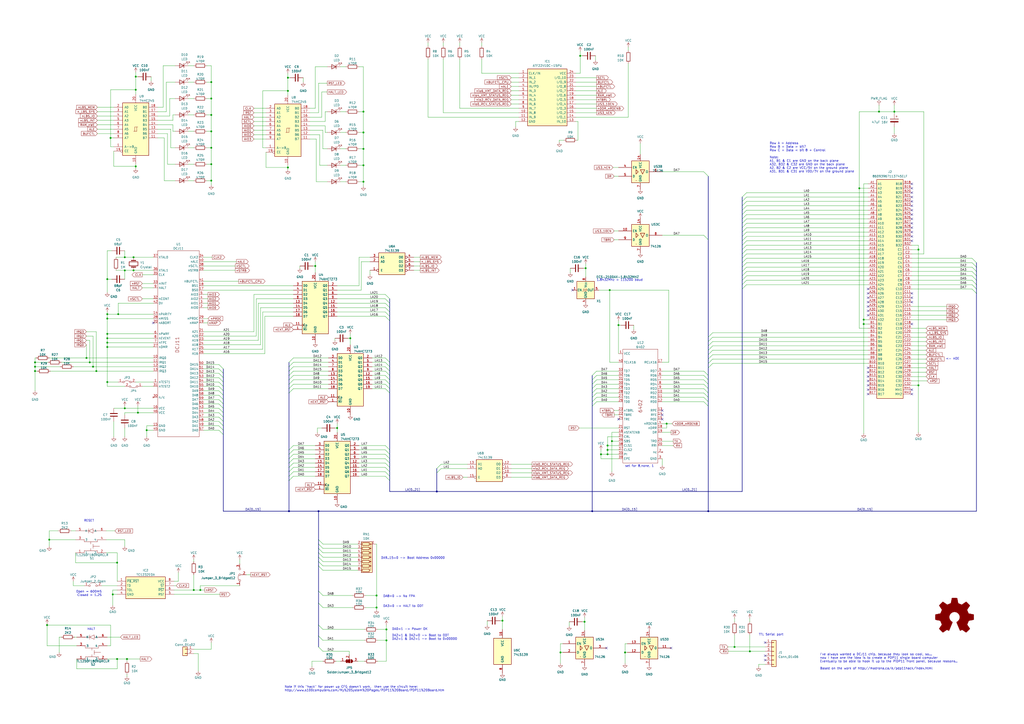
<source format=kicad_sch>
(kicad_sch (version 20230121) (generator eeschema)
  (paper "A2")
  (title_block (title "DEC DCJ11 Hack Plus") (date "2024-01-07") (rev "2.1") (company "Paula Maddox") (comment 1 "http://maddox.pro"))
  (lib_symbols
    (symbol "6402:6402"
      (property "Reference" "U" (at -7.62 52.07 0))
      (symbol "6402_1_1"
        (text "6402" (at 0 17.78 900) (effects (font (size 2 2))))
        (pin power_in line (at -12.7 48.26 0) (length 2.54) (name "VCC") (number "1"))
        (pin output line (at 12.7 25.4 180) (length 2.54) (name "RD2") (number "10"))
        (pin output line (at 12.7 22.86 180) (length 2.54) (name "RD1") (number "11"))
        (pin output line (at 12.7 20.32 180) (length 2.54) (name "RD0") (number "12"))
        (pin output line (at 12.7 15.24 180) (length 2.54) (name "RPE") (number "13"))
        (pin output line (at 12.7 12.7 180) (length 2.54) (name "RFE") (number "14"))
        (pin output line (at 12.7 10.16 180) (length 2.54) (name "ROE") (number "15"))
        (pin input line (at -12.7 2.54 0) (length 2.54) (name "nSTATENB") (number "16"))
        (pin input line (at 12.7 43.18 180) (length 2.54) (name "RCLK16") (number "17"))
        (pin input line (at 12.7 5.08 180) (length 2.54) (name "nDRR") (number "18"))
        (pin output line (at 12.7 2.54 180) (length 2.54) (name "DR") (number "19"))
        (pin no_connect line (at 12.7 -8.89 180) (length 2.54) (name "nc") (number "2"))
        (pin input line (at 12.7 -5.08 180) (length 2.54) (name "RRI") (number "20"))
        (pin input line (at -12.7 5.08 0) (length 2.54) (name "RST") (number "21"))
        (pin input line (at -12.7 12.7 0) (length 2.54) (name "TBRE") (number "22"))
        (pin input line (at -12.7 15.24 0) (length 2.54) (name "nTBRL") (number "23"))
        (pin input line (at -12.7 10.16 0) (length 2.54) (name "TRE") (number "24"))
        (pin output line (at 12.7 -2.54 180) (length 2.54) (name "TRO") (number "25"))
        (pin input line (at -12.7 20.32 0) (length 2.54) (name "TD0") (number "26"))
        (pin input line (at -12.7 22.86 0) (length 2.54) (name "TD1") (number "27"))
        (pin input line (at -12.7 25.4 0) (length 2.54) (name "TD2") (number "28"))
        (pin input line (at -12.7 27.94 0) (length 2.54) (name "TD3") (number "29"))
        (pin passive line (at 12.7 -12.7 180) (length 2.54) (name "GND") (number "3"))
        (pin input line (at -12.7 30.48 0) (length 2.54) (name "TD4") (number "30"))
        (pin input line (at -12.7 33.02 0) (length 2.54) (name "TD5") (number "31"))
        (pin input line (at -12.7 35.56 0) (length 2.54) (name "TD6") (number "32"))
        (pin input line (at -12.7 38.1 0) (length 2.54) (name "TD7") (number "33"))
        (pin input line (at -12.7 0 0) (length 2.54) (name "CRL") (number "34"))
        (pin input line (at -12.7 -10.16 0) (length 2.54) (name "PI") (number "35"))
        (pin input line (at -12.7 -2.54 0) (length 2.54) (name "SBS") (number "36"))
        (pin input line (at -12.7 -7.62 0) (length 2.54) (name "CLS2") (number "37"))
        (pin input line (at -12.7 -5.08 0) (length 2.54) (name "CLS1") (number "38"))
        (pin input line (at -12.7 -12.7 0) (length 2.54) (name "EPE") (number "39"))
        (pin input line (at 12.7 7.62 180) (length 2.54) (name "nRDENB") (number "4"))
        (pin input line (at -12.7 43.18 0) (length 2.54) (name "TCLK16") (number "40"))
        (pin output line (at 12.7 38.1 180) (length 2.54) (name "RD7") (number "5"))
        (pin output line (at 12.7 35.56 180) (length 2.54) (name "RD6") (number "6"))
        (pin output line (at 12.7 33.02 180) (length 2.54) (name "RD5") (number "7"))
        (pin output line (at 12.7 30.48 180) (length 2.54) (name "RD4") (number "8"))
        (pin output line (at 12.7 27.94 180) (length 2.54) (name "RD3") (number "9"))
      )
    )
    (symbol "74xx:74AHCT273"
      (property "Reference" "U" (at -7.62 16.51 0))
      (property "Value" "74AHCT273" (at -7.62 -16.51 0))
      (symbol "74AHCT273_1_0"
        (pin input line (at -12.7 -12.7 0) (length 5.08) (name "~{Mr}") (number "1"))
        (pin power_in line (at 0 -20.32 90) (length 5.08) (name "GND") (number "10"))
        (pin input clock (at -12.7 -10.16 0) (length 5.08) (name "Cp") (number "11"))
        (pin output line (at 12.7 2.54 180) (length 5.08) (name "Q4") (number "12"))
        (pin input line (at -12.7 2.54 0) (length 5.08) (name "D4") (number "13"))
        (pin input line (at -12.7 0 0) (length 5.08) (name "D5") (number "14"))
        (pin output line (at 12.7 0 180) (length 5.08) (name "Q5") (number "15"))
        (pin output line (at 12.7 -2.54 180) (length 5.08) (name "Q6") (number "16"))
        (pin input line (at -12.7 -2.54 0) (length 5.08) (name "D6") (number "17"))
        (pin input line (at -12.7 -5.08 0) (length 5.08) (name "D7") (number "18"))
        (pin output line (at 12.7 -5.08 180) (length 5.08) (name "Q7") (number "19"))
        (pin output line (at 12.7 12.7 180) (length 5.08) (name "Q0") (number "2"))
        (pin power_in line (at 0 20.32 270) (length 5.08) (name "VCC") (number "20"))
        (pin input line (at -12.7 12.7 0) (length 5.08) (name "D0") (number "3"))
        (pin input line (at -12.7 10.16 0) (length 5.08) (name "D1") (number "4"))
        (pin output line (at 12.7 10.16 180) (length 5.08) (name "Q1") (number "5"))
        (pin output line (at 12.7 7.62 180) (length 5.08) (name "Q2") (number "6"))
        (pin input line (at -12.7 7.62 0) (length 5.08) (name "D2") (number "7"))
        (pin input line (at -12.7 5.08 0) (length 5.08) (name "D3") (number "8"))
        (pin output line (at 12.7 5.08 180) (length 5.08) (name "Q3") (number "9"))
      )
    )
    (symbol "74xx:74HC245" (pin_names (offset 1.016))
      (property "Reference" "U" (at -7.62 16.51 0))
      (property "Value" "74HC245" (at -7.62 -16.51 0))
      (symbol "74HC245_1_0"
        (pin input line (at -12.7 -10.16 0) (length 5.08) (name "A->B") (number "1"))
        (pin power_in line (at 0 -20.32 90) (length 5.08) (name "GND") (number "10"))
        (pin tri_state line (at 12.7 -5.08 180) (length 5.08) (name "B7") (number "11"))
        (pin tri_state line (at 12.7 -2.54 180) (length 5.08) (name "B6") (number "12"))
        (pin tri_state line (at 12.7 0 180) (length 5.08) (name "B5") (number "13"))
        (pin tri_state line (at 12.7 2.54 180) (length 5.08) (name "B4") (number "14"))
        (pin tri_state line (at 12.7 5.08 180) (length 5.08) (name "B3") (number "15"))
        (pin tri_state line (at 12.7 7.62 180) (length 5.08) (name "B2") (number "16"))
        (pin tri_state line (at 12.7 10.16 180) (length 5.08) (name "B1") (number "17"))
        (pin tri_state line (at 12.7 12.7 180) (length 5.08) (name "B0") (number "18"))
        (pin input inverted (at -12.7 -12.7 0) (length 5.08) (name "CE") (number "19"))
        (pin tri_state line (at -12.7 12.7 0) (length 5.08) (name "A0") (number "2"))
        (pin power_in line (at 0 20.32 270) (length 5.08) (name "VCC") (number "20"))
        (pin tri_state line (at -12.7 10.16 0) (length 5.08) (name "A1") (number "3"))
        (pin tri_state line (at -12.7 7.62 0) (length 5.08) (name "A2") (number "4"))
        (pin tri_state line (at -12.7 5.08 0) (length 5.08) (name "A3") (number "5"))
        (pin tri_state line (at -12.7 2.54 0) (length 5.08) (name "A4") (number "6"))
        (pin tri_state line (at -12.7 0 0) (length 5.08) (name "A5") (number "7"))
        (pin tri_state line (at -12.7 -2.54 0) (length 5.08) (name "A6") (number "8"))
        (pin tri_state line (at -12.7 -5.08 0) (length 5.08) (name "A7") (number "9"))
      )
    )
    (symbol "74xx:74LS139" (pin_names (offset 1.016))
      (property "Reference" "U" (at -7.62 8.89 0))
      (property "Value" "74LS139" (at -7.62 -8.89 0))
      (symbol "74LS139_1_0"
        (pin input inverted (at -12.7 -5.08 0) (length 5.08) (name "E") (number "1"))
        (pin input line (at -12.7 0 0) (length 5.08) (name "A0") (number "2"))
        (pin input line (at -12.7 2.54 0) (length 5.08) (name "A1") (number "3"))
        (pin output inverted (at 12.7 2.54 180) (length 5.08) (name "O0") (number "4"))
        (pin output inverted (at 12.7 0 180) (length 5.08) (name "O1") (number "5"))
        (pin output inverted (at 12.7 -2.54 180) (length 5.08) (name "O2") (number "6"))
        (pin output inverted (at 12.7 -5.08 180) (length 5.08) (name "O3") (number "7"))
      )
      (symbol "74LS139_2_0"
        (pin output inverted (at 12.7 -2.54 180) (length 5.08) (name "O2") (number "10"))
        (pin output inverted (at 12.7 0 180) (length 5.08) (name "O1") (number "11"))
        (pin output inverted (at 12.7 2.54 180) (length 5.08) (name "O0") (number "12"))
        (pin input line (at -12.7 2.54 0) (length 5.08) (name "A1") (number "13"))
        (pin input line (at -12.7 0 0) (length 5.08) (name "A0") (number "14"))
        (pin input inverted (at -12.7 -5.08 0) (length 5.08) (name "E") (number "15"))
        (pin output inverted (at 12.7 -5.08 180) (length 5.08) (name "O3") (number "9"))
      )
      (symbol "74LS139_3_0"
        (pin power_in line (at 0 12.7 270) (length 5.08) (name "VCC") (number "16"))
        (pin power_in line (at 0 -12.7 90) (length 5.08) (name "GND") (number "8"))
      )
    )
    (symbol "74xx_IEEE:74126"
      (property "Reference" "U" (at 3.81 7.62 0))
      (property "Value" "74126" (at 1.27 -7.62 0))
      (symbol "74126_0_0"
        (pin power_in line (at 0 10.16 270) (length 3.81) (name "VCC") (number "14"))
        (pin power_in line (at 0 -10.16 90) (length 3.81) (name "GND") (number "7"))
      )
      (symbol "74126_1_0"
        (pin input line (at -12.7 2.54 0) (length 7.62) (name "EN") (number "1"))
      )
      (symbol "74126_1_1"
        (pin input line (at -12.7 -2.54 0) (length 7.62) (name "D") (number "2"))
        (pin tri_state line (at 12.7 0 180) (length 7.62) (name "O") (number "3"))
      )
      (symbol "74126_2_0"
        (pin input line (at -12.7 2.54 0) (length 7.62) (name "EN") (number "4"))
      )
      (symbol "74126_2_1"
        (pin input line (at -12.7 -2.54 0) (length 7.62) (name "D") (number "5"))
        (pin tri_state line (at 12.7 0 180) (length 7.62) (name "O") (number "6"))
      )
      (symbol "74126_3_0"
        (pin input line (at -12.7 2.54 0) (length 7.62) (name "EN") (number "10"))
      )
      (symbol "74126_3_1"
        (pin tri_state line (at 12.7 0 180) (length 7.62) (name "O") (number "8"))
        (pin input line (at -12.7 -2.54 0) (length 7.62) (name "D") (number "9"))
      )
      (symbol "74126_4_0"
        (pin input line (at -12.7 2.54 0) (length 7.62) (name "EN") (number "13"))
      )
      (symbol "74126_4_1"
        (pin tri_state line (at 12.7 0 180) (length 7.62) (name "O") (number "11"))
        (pin input line (at -12.7 -2.54 0) (length 7.62) (name "D") (number "12"))
      )
    )
    (symbol "86093967113745ELF:86093967113745ELF"
      (property "Reference" "J" (at 21.59 7.62 0))
      (property "Value" "86093967113745ELF" (at 21.59 5.08 0))
      (symbol "86093967113745ELF_1_1"
        (pin passive line (at 0 0 0) (length 5.08) (name "A1") (number "A1"))
        (pin passive line (at 0 -22.86 0) (length 5.08) (name "A10") (number "A10"))
        (pin passive line (at 0 -25.4 0) (length 5.08) (name "A11") (number "A11"))
        (pin passive line (at 0 -27.94 0) (length 5.08) (name "A12") (number "A12"))
        (pin passive line (at 0 -30.48 0) (length 5.08) (name "A13") (number "A13"))
        (pin passive line (at 0 -33.02 0) (length 5.08) (name "A14") (number "A14"))
        (pin passive line (at 0 -35.56 0) (length 5.08) (name "A15") (number "A15"))
        (pin passive line (at 0 -38.1 0) (length 5.08) (name "A16") (number "A16"))
        (pin passive line (at 0 -40.64 0) (length 5.08) (name "A17") (number "A17"))
        (pin passive line (at 0 -43.18 0) (length 5.08) (name "A18") (number "A18"))
        (pin passive line (at 0 -45.72 0) (length 5.08) (name "A19") (number "A19"))
        (pin passive line (at 0 -2.54 0) (length 5.08) (name "A2") (number "A2"))
        (pin passive line (at 0 -48.26 0) (length 5.08) (name "A20") (number "A20"))
        (pin passive line (at 0 -50.8 0) (length 5.08) (name "A21") (number "A21"))
        (pin passive line (at 0 -53.34 0) (length 5.08) (name "A22") (number "A22"))
        (pin passive line (at 0 -55.88 0) (length 5.08) (name "A23") (number "A23"))
        (pin passive line (at 0 -58.42 0) (length 5.08) (name "A24") (number "A24"))
        (pin passive line (at 0 -60.96 0) (length 5.08) (name "A25") (number "A25"))
        (pin passive line (at 0 -63.5 0) (length 5.08) (name "A26") (number "A26"))
        (pin passive line (at 0 -66.04 0) (length 5.08) (name "A27") (number "A27"))
        (pin passive line (at 0 -68.58 0) (length 5.08) (name "A28") (number "A28"))
        (pin passive line (at 0 -71.12 0) (length 5.08) (name "A29") (number "A29"))
        (pin passive line (at 0 -5.08 0) (length 5.08) (name "A3") (number "A3"))
        (pin passive line (at 0 -73.66 0) (length 5.08) (name "A30") (number "A30"))
        (pin passive line (at 0 -76.2 0) (length 5.08) (name "A31") (number "A31"))
        (pin passive line (at 0 -78.74 0) (length 5.08) (name "A32") (number "A32"))
        (pin passive line (at 0 -7.62 0) (length 5.08) (name "A4") (number "A4"))
        (pin passive line (at 0 -10.16 0) (length 5.08) (name "A5") (number "A5"))
        (pin passive line (at 0 -12.7 0) (length 5.08) (name "A6") (number "A6"))
        (pin passive line (at 0 -15.24 0) (length 5.08) (name "A7") (number "A7"))
        (pin passive line (at 0 -17.78 0) (length 5.08) (name "A8") (number "A8"))
        (pin passive line (at 0 -20.32 0) (length 5.08) (name "A9") (number "A9"))
        (pin passive line (at 0 -81.28 0) (length 5.08) (name "B1") (number "B1"))
        (pin passive line (at 0 -104.14 0) (length 5.08) (name "B10") (number "B10"))
        (pin passive line (at 0 -106.68 0) (length 5.08) (name "B11") (number "B11"))
        (pin passive line (at 0 -109.22 0) (length 5.08) (name "B12") (number "B12"))
        (pin passive line (at 0 -111.76 0) (length 5.08) (name "B13") (number "B13"))
        (pin passive line (at 0 -114.3 0) (length 5.08) (name "B14") (number "B14"))
        (pin passive line (at 0 -116.84 0) (length 5.08) (name "B15") (number "B15"))
        (pin passive line (at 0 -119.38 0) (length 5.08) (name "B16") (number "B16"))
        (pin passive line (at 0 -121.92 0) (length 5.08) (name "B17") (number "B17"))
        (pin passive line (at 25.4 0 180) (length 5.08) (name "B18") (number "B18"))
        (pin passive line (at 25.4 -2.54 180) (length 5.08) (name "B19") (number "B19"))
        (pin passive line (at 0 -83.82 0) (length 5.08) (name "B2") (number "B2"))
        (pin passive line (at 25.4 -5.08 180) (length 5.08) (name "B20") (number "B20"))
        (pin passive line (at 25.4 -7.62 180) (length 5.08) (name "B21") (number "B21"))
        (pin passive line (at 25.4 -10.16 180) (length 5.08) (name "B22") (number "B22"))
        (pin passive line (at 25.4 -12.7 180) (length 5.08) (name "B23") (number "B23"))
        (pin passive line (at 25.4 -15.24 180) (length 5.08) (name "B24") (number "B24"))
        (pin passive line (at 25.4 -17.78 180) (length 5.08) (name "B25") (number "B25"))
        (pin passive line (at 25.4 -20.32 180) (length 5.08) (name "B26") (number "B26"))
        (pin passive line (at 25.4 -22.86 180) (length 5.08) (name "B27") (number "B27"))
        (pin passive line (at 25.4 -25.4 180) (length 5.08) (name "B28") (number "B28"))
        (pin passive line (at 25.4 -27.94 180) (length 5.08) (name "B29") (number "B29"))
        (pin passive line (at 0 -86.36 0) (length 5.08) (name "B3") (number "B3"))
        (pin passive line (at 25.4 -30.48 180) (length 5.08) (name "B30") (number "B30"))
        (pin passive line (at 25.4 -33.02 180) (length 5.08) (name "B31") (number "B31"))
        (pin passive line (at 25.4 -35.56 180) (length 5.08) (name "B32") (number "B32"))
        (pin passive line (at 0 -88.9 0) (length 5.08) (name "B4") (number "B4"))
        (pin passive line (at 0 -91.44 0) (length 5.08) (name "B5") (number "B5"))
        (pin passive line (at 0 -93.98 0) (length 5.08) (name "B6") (number "B6"))
        (pin passive line (at 0 -96.52 0) (length 5.08) (name "B7") (number "B7"))
        (pin passive line (at 0 -99.06 0) (length 5.08) (name "B8") (number "B8"))
        (pin passive line (at 0 -101.6 0) (length 5.08) (name "B9") (number "B9"))
        (pin passive line (at 25.4 -38.1 180) (length 5.08) (name "C1") (number "C1"))
        (pin passive line (at 25.4 -60.96 180) (length 5.08) (name "C10") (number "C10"))
        (pin passive line (at 25.4 -63.5 180) (length 5.08) (name "C11") (number "C11"))
        (pin passive line (at 25.4 -66.04 180) (length 5.08) (name "C12") (number "C12"))
        (pin passive line (at 25.4 -68.58 180) (length 5.08) (name "C13") (number "C13"))
        (pin passive line (at 25.4 -71.12 180) (length 5.08) (name "C14") (number "C14"))
        (pin passive line (at 25.4 -73.66 180) (length 5.08) (name "C15") (number "C15"))
        (pin passive line (at 25.4 -76.2 180) (length 5.08) (name "C16") (number "C16"))
        (pin passive line (at 25.4 -78.74 180) (length 5.08) (name "C17") (number "C17"))
        (pin passive line (at 25.4 -81.28 180) (length 5.08) (name "C18") (number "C18"))
        (pin passive line (at 25.4 -83.82 180) (length 5.08) (name "C19") (number "C19"))
        (pin passive line (at 25.4 -40.64 180) (length 5.08) (name "C2") (number "C2"))
        (pin passive line (at 25.4 -86.36 180) (length 5.08) (name "C20") (number "C20"))
        (pin passive line (at 25.4 -88.9 180) (length 5.08) (name "C21") (number "C21"))
        (pin passive line (at 25.4 -91.44 180) (length 5.08) (name "C22") (number "C22"))
        (pin passive line (at 25.4 -93.98 180) (length 5.08) (name "C23") (number "C23"))
        (pin passive line (at 25.4 -96.52 180) (length 5.08) (name "C24") (number "C24"))
        (pin passive line (at 25.4 -99.06 180) (length 5.08) (name "C25") (number "C25"))
        (pin passive line (at 25.4 -101.6 180) (length 5.08) (name "C26") (number "C26"))
        (pin passive line (at 25.4 -104.14 180) (length 5.08) (name "C27") (number "C27"))
        (pin passive line (at 25.4 -106.68 180) (length 5.08) (name "C28") (number "C28"))
        (pin passive line (at 25.4 -109.22 180) (length 5.08) (name "C29") (number "C29"))
        (pin passive line (at 25.4 -43.18 180) (length 5.08) (name "C3") (number "C3"))
        (pin passive line (at 25.4 -111.76 180) (length 5.08) (name "C30") (number "C30"))
        (pin passive line (at 25.4 -114.3 180) (length 5.08) (name "C31") (number "C31"))
        (pin passive line (at 25.4 -116.84 180) (length 5.08) (name "C32") (number "C32"))
        (pin passive line (at 25.4 -45.72 180) (length 5.08) (name "C4") (number "C4"))
        (pin passive line (at 25.4 -48.26 180) (length 5.08) (name "C5") (number "C5"))
        (pin passive line (at 25.4 -50.8 180) (length 5.08) (name "C6") (number "C6"))
        (pin passive line (at 25.4 -53.34 180) (length 5.08) (name "C7") (number "C7"))
        (pin passive line (at 25.4 -55.88 180) (length 5.08) (name "C8") (number "C8"))
        (pin passive line (at 25.4 -58.42 180) (length 5.08) (name "C9") (number "C9"))
        (pin passive line (at 25.4 -119.38 180) (length 5.08) (name "MH1") (number "MH1"))
        (pin passive line (at 25.4 -121.92 180) (length 5.08) (name "MH2") (number "MH2"))
      )
    )
    (symbol "ATF22V10C-15PU:ATF22V10C-15PU"
      (property "Reference" "IC" (at 29.21 7.62 0))
      (property "Value" "ATF22V10C-15PU" (at 29.21 5.08 0))
      (symbol "ATF22V10C-15PU_1_1"
        (pin passive line (at 0 0 0) (length 5.08) (name "CLK/IN") (number "1"))
        (pin passive line (at 0 -22.86 0) (length 5.08) (name "IN_8") (number "10"))
        (pin passive line (at 0 -25.4 0) (length 5.08) (name "IN_9") (number "11"))
        (pin passive line (at 0 -27.94 0) (length 5.08) (name "GND") (number "12"))
        (pin passive line (at 33.02 -27.94 180) (length 5.08) (name "IN_10") (number "13"))
        (pin passive line (at 33.02 -25.4 180) (length 5.08) (name "I/O_1") (number "14"))
        (pin passive line (at 33.02 -22.86 180) (length 5.08) (name "I/O_2") (number "15"))
        (pin passive line (at 33.02 -20.32 180) (length 5.08) (name "I/O_3") (number "16"))
        (pin passive line (at 33.02 -17.78 180) (length 5.08) (name "I/O_4") (number "17"))
        (pin passive line (at 33.02 -15.24 180) (length 5.08) (name "I/O_5") (number "18"))
        (pin passive line (at 33.02 -12.7 180) (length 5.08) (name "I/O_6") (number "19"))
        (pin passive line (at 0 -2.54 0) (length 5.08) (name "IN_1") (number "2"))
        (pin passive line (at 33.02 -10.16 180) (length 5.08) (name "I/O_7") (number "20"))
        (pin passive line (at 33.02 -7.62 180) (length 5.08) (name "I/O_8") (number "21"))
        (pin passive line (at 33.02 -5.08 180) (length 5.08) (name "I/O_9") (number "22"))
        (pin passive line (at 33.02 -2.54 180) (length 5.08) (name "I/O_10") (number "23"))
        (pin passive line (at 33.02 0 180) (length 5.08) (name "VCC") (number "24"))
        (pin passive line (at 0 -5.08 0) (length 5.08) (name "IN_2") (number "3"))
        (pin passive line (at 0 -7.62 0) (length 5.08) (name "IN/PD") (number "4"))
        (pin passive line (at 0 -10.16 0) (length 5.08) (name "IN_3") (number "5"))
        (pin passive line (at 0 -12.7 0) (length 5.08) (name "IN_4") (number "6"))
        (pin passive line (at 0 -15.24 0) (length 5.08) (name "IN_5") (number "7"))
        (pin passive line (at 0 -17.78 0) (length 5.08) (name "IN_6") (number "8"))
        (pin passive line (at 0 -20.32 0) (length 5.08) (name "IN_7") (number "9"))
      )
    )
    (symbol "Connector_Generic:Conn_01x02" (pin_names (offset 1.016) hide)
      (property "Reference" "J" (at 0 2.54 0))
      (property "Value" "Conn_01x02" (at 0 -5.08 0))
      (symbol "Conn_01x02_1_1"
        (pin passive line (at -5.08 0 0) (length 3.81) (name "Pin_1") (number "1"))
        (pin passive line (at -5.08 -2.54 0) (length 3.81) (name "Pin_2") (number "2"))
      )
    )
    (symbol "Connector_Generic:Conn_01x06" (pin_names (offset 1.016) hide)
      (property "Reference" "J" (at 0 7.62 0))
      (property "Value" "Conn_01x06" (at 0 -10.16 0))
      (symbol "Conn_01x06_1_1"
        (pin passive line (at -5.08 5.08 0) (length 3.81) (name "Pin_1") (number "1"))
        (pin passive line (at -5.08 2.54 0) (length 3.81) (name "Pin_2") (number "2"))
        (pin passive line (at -5.08 0 0) (length 3.81) (name "Pin_3") (number "3"))
        (pin passive line (at -5.08 -2.54 0) (length 3.81) (name "Pin_4") (number "4"))
        (pin passive line (at -5.08 -5.08 0) (length 3.81) (name "Pin_5") (number "5"))
        (pin passive line (at -5.08 -7.62 0) (length 3.81) (name "Pin_6") (number "6"))
      )
    )
    (symbol "Dec_DCJ11:DCJ11"
      (property "Reference" "U1" (at 1.905 59.69 0))
      (property "Value" "~" (at 0 34.29 0))
      (symbol "DCJ11_1_1"
        (text "DCJ11" (at 1.27 3.81 900) (effects (font (size 2 2))))
        (pin input line (at -12.7 -17.78 0) (length 2.54) (name "nTEST1") (number "1"))
        (pin input line (at -12.7 -3.81 0) (length 2.54) (name "IRQ0") (number "10"))
        (pin input line (at -12.7 -6.35 0) (length 2.54) (name "IRQ1") (number "11"))
        (pin input line (at -12.7 -8.89 0) (length 2.54) (name "IRQ2") (number "12"))
        (pin input line (at -12.7 -11.43 0) (length 2.54) (name "IRQ3") (number "13"))
        (pin input line (at -12.7 21.59 0) (length 2.54) (name "nPARITY") (number "14"))
        (pin input line (at -12.7 -43.18 0) (length 2.54) (name "GND") (number "15"))
        (pin input line (at -12.7 -33.02 0) (length 2.54) (name "VCC") (number "16"))
        (pin output line (at 16.51 35.56 180) (length 2.54) (name "BS0") (number "17"))
        (pin output line (at 16.51 38.1 180) (length 2.54) (name "BS1") (number "18"))
        (pin input line (at 16.51 16.51 180) (length 2.54) (name "nMAP") (number "19"))
        (pin input line (at 16.51 25.4 180) (length 2.54) (name "AIO0") (number "2"))
        (pin input line (at -12.7 16.51 0) (length 2.54) (name "nABORT") (number "20"))
        (pin output line (at 16.51 11.43 180) (length 2.54) (name "A21") (number "21"))
        (pin output line (at 16.51 8.89 180) (length 2.54) (name "A20") (number "22"))
        (pin output line (at 16.51 6.35 180) (length 2.54) (name "A19") (number "23"))
        (pin output line (at 16.51 3.81 180) (length 2.54) (name "A18") (number "24"))
        (pin output line (at 16.51 1.27 180) (length 2.54) (name "A17") (number "25"))
        (pin output line (at 16.51 -1.27 180) (length 2.54) (name "A16") (number "26"))
        (pin input line (at -12.7 2.54 0) (length 2.54) (name "nDMR") (number "27"))
        (pin input line (at -12.7 19.05 0) (length 2.54) (name "nMISS") (number "28"))
        (pin input line (at 16.51 19.05 180) (length 2.54) (name "nPRDC") (number "29"))
        (pin input line (at 16.51 27.94 180) (length 2.54) (name "AIO1") (number "3"))
        (pin no_connect line (at -12.7 -26.67 0) (length 2.54) (name "n/c") (number "30"))
        (pin input line (at -12.7 -20.32 0) (length 2.54) (name "nTEST2") (number "31"))
        (pin input line (at -12.7 30.48 0) (length 2.54) (name "nCONT") (number "32"))
        (pin input line (at -12.7 39.37 0) (length 2.54) (name "nINIT") (number "33"))
        (pin input line (at 16.51 54.61 180) (length 2.54) (name "CLK2") (number "34"))
        (pin input line (at -12.7 44.45 0) (length 2.54) (name "CLK") (number "35"))
        (pin input line (at -12.7 46.99 0) (length 2.54) (name "XTAL1") (number "36"))
        (pin input line (at -12.7 54.61 0) (length 2.54) (name "XTAL0") (number "37"))
        (pin output line (at 16.51 49.53 180) (length 2.54) (name "nSCTL") (number "38"))
        (pin input line (at 16.51 46.99 180) (length 2.54) (name "nSTRB") (number "39"))
        (pin input line (at 16.51 30.48 180) (length 2.54) (name "AIO2") (number "4"))
        (pin output line (at 16.51 52.07 180) (length 2.54) (name "nALE") (number "40"))
        (pin output line (at 16.51 40.64 180) (length 2.54) (name "nBUFCTL") (number "41"))
        (pin input line (at -12.7 27.94 0) (length 2.54) (name "DV") (number "42"))
        (pin bidirectional line (at 16.51 -33.02 180) (length 2.54) (name "DA5") (number "43"))
        (pin bidirectional line (at 16.51 -35.56 180) (length 2.54) (name "DA4") (number "44"))
        (pin input line (at -12.7 -45.72 0) (length 2.54) (name "GND") (number "45"))
        (pin input line (at -12.7 -35.56 0) (length 2.54) (name "VCC") (number "46"))
        (pin bidirectional line (at 16.51 -38.1 180) (length 2.54) (name "DA3") (number "47"))
        (pin bidirectional line (at 16.51 -40.64 180) (length 2.54) (name "DA2") (number "48"))
        (pin bidirectional line (at 16.51 -43.18 180) (length 2.54) (name "DA1") (number "49"))
        (pin input line (at 16.51 33.02 180) (length 2.54) (name "AIO3") (number "5"))
        (pin bidirectional line (at 16.51 -7.62 180) (length 2.54) (name "DA15") (number "50"))
        (pin bidirectional line (at 16.51 -10.16 180) (length 2.54) (name "DA14") (number "51"))
        (pin bidirectional line (at 16.51 -12.7 180) (length 2.54) (name "DA13") (number "52"))
        (pin bidirectional line (at 16.51 -15.24 180) (length 2.54) (name "DA12") (number "53"))
        (pin bidirectional line (at 16.51 -17.78 180) (length 2.54) (name "DA11") (number "54"))
        (pin bidirectional line (at 16.51 -20.32 180) (length 2.54) (name "DA10") (number "55"))
        (pin bidirectional line (at 16.51 -22.86 180) (length 2.54) (name "DA9") (number "56"))
        (pin bidirectional line (at 16.51 -45.72 180) (length 2.54) (name "DA0") (number "57"))
        (pin bidirectional line (at 16.51 -25.4 180) (length 2.54) (name "DA8") (number "58"))
        (pin bidirectional line (at 16.51 -27.94 180) (length 2.54) (name "DA7") (number "59"))
        (pin input line (at -12.7 10.16 0) (length 2.54) (name "nPWRF") (number "6"))
        (pin bidirectional line (at 16.51 -30.48 180) (length 2.54) (name "DA6") (number "60"))
        (pin input line (at -12.7 5.08 0) (length 2.54) (name "nFPE") (number "7"))
        (pin input line (at -12.7 7.62 0) (length 2.54) (name "nEVENT") (number "8"))
        (pin input line (at -12.7 36.83 0) (length 2.54) (name "HALT") (number "9"))
      )
    )
    (symbol "Device:C" (pin_numbers hide) (pin_names (offset 0.254))
      (property "Reference" "C" (at 0.635 2.54 0))
      (property "Value" "C" (at 0.635 -2.54 0))
      (symbol "C_1_1"
        (pin passive line (at 0 3.81 270) (length 2.794) (name "~") (number "1"))
        (pin passive line (at 0 -3.81 90) (length 2.794) (name "~") (number "2"))
      )
    )
    (symbol "Device:C_Polarized" (pin_numbers hide) (pin_names (offset 0.254))
      (property "Reference" "C" (at 0.635 2.54 0))
      (property "Value" "C_Polarized" (at 0.635 -2.54 0))
      (symbol "C_Polarized_1_1"
        (pin passive line (at 0 3.81 270) (length 2.794) (name "~") (number "1"))
        (pin passive line (at 0 -3.81 90) (length 2.794) (name "~") (number "2"))
      )
    )
    (symbol "Device:Crystal" (pin_numbers hide) (pin_names (offset 1.016) hide)
      (property "Reference" "Y" (at 0 3.81 0))
      (property "Value" "Crystal" (at 0 -3.81 0))
      (symbol "Crystal_1_1"
        (pin passive line (at -3.81 0 0) (length 1.27) (name "1") (number "1"))
        (pin passive line (at 3.81 0 180) (length 1.27) (name "2") (number "2"))
      )
    )
    (symbol "Device:LED" (pin_numbers hide) (pin_names (offset 1.016) hide)
      (property "Reference" "D" (at 0 2.54 0))
      (property "Value" "LED" (at 0 -2.54 0))
      (symbol "LED_1_1"
        (pin passive line (at -3.81 0 0) (length 2.54) (name "K") (number "1"))
        (pin passive line (at 3.81 0 180) (length 2.54) (name "A") (number "2"))
      )
    )
    (symbol "Device:R" (pin_numbers hide) (pin_names (offset 0))
      (property "Reference" "R" (at 2.032 0 90))
      (property "Value" "R" (at 0 0 90))
      (symbol "R_1_1"
        (pin passive line (at 0 3.81 270) (length 1.27) (name "~") (number "1"))
        (pin passive line (at 0 -3.81 90) (length 1.27) (name "~") (number "2"))
      )
    )
    (symbol "Device:R_Network07" (pin_names (offset 0) hide)
      (property "Reference" "RN" (at -10.16 0 90))
      (property "Value" "R_Network07" (at 10.16 0 90))
      (symbol "R_Network07_1_1"
        (pin passive line (at -7.62 5.08 270) (length 2.54) (name "common") (number "1"))
        (pin passive line (at -7.62 -5.08 90) (length 1.27) (name "R1") (number "2"))
        (pin passive line (at -5.08 -5.08 90) (length 1.27) (name "R2") (number "3"))
        (pin passive line (at -2.54 -5.08 90) (length 1.27) (name "R3") (number "4"))
        (pin passive line (at 0 -5.08 90) (length 1.27) (name "R4") (number "5"))
        (pin passive line (at 2.54 -5.08 90) (length 1.27) (name "R5") (number "6"))
        (pin passive line (at 5.08 -5.08 90) (length 1.27) (name "R6") (number "7"))
        (pin passive line (at 7.62 -5.08 90) (length 1.27) (name "R7") (number "8"))
      )
    )
    (symbol "Graphic:Logo_Open_Hardware_Large" (in_bom no) (on_board no))
    (symbol "Jumper:Jumper_2_Bridged" (pin_names (offset 0) hide)
      (property "Reference" "JP" (at 0 1.905 0))
      (property "Value" "Jumper_2_Bridged" (at 0 -2.54 0))
      (symbol "Jumper_2_Bridged_1_1"
        (pin passive line (at -5.08 0 0) (length 2.54) (name "A") (number "1"))
        (pin passive line (at 5.08 0 180) (length 2.54) (name "B") (number "2"))
      )
    )
    (symbol "Jumper:Jumper_2_Open" (pin_names (offset 0) hide)
      (property "Reference" "JP" (at 0 2.794 0))
      (property "Value" "Jumper_2_Open" (at 0 -2.286 0))
      (symbol "Jumper_2_Open_1_1"
        (pin passive line (at -5.08 0 0) (length 2.54) (name "A") (number "1"))
        (pin passive line (at 5.08 0 180) (length 2.54) (name "B") (number "2"))
      )
    )
    (symbol "Jumper:Jumper_3_Bridged12" (pin_names (offset 0) hide)
      (property "Reference" "JP" (at -2.54 -2.54 0))
      (property "Value" "Jumper_3_Bridged12" (at 0 2.794 0))
      (symbol "Jumper_3_Bridged12_1_1"
        (pin passive line (at -6.35 0 0) (length 2.54) (name "A") (number "1"))
        (pin passive line (at 0 -3.81 90) (length 2.54) (name "C") (number "2"))
        (pin passive line (at 6.35 0 180) (length 2.54) (name "B") (number "3"))
      )
    )
    (symbol "Jumper:SolderJumper_3_Bridged12" (pin_names (offset 0) hide)
      (property "Reference" "JP" (at -2.54 -2.54 0))
      (property "Value" "SolderJumper_3_Bridged12" (at 0 2.794 0))
      (symbol "SolderJumper_3_Bridged12_1_1"
        (pin passive line (at -5.08 0 0) (length 2.54) (name "A") (number "1"))
        (pin passive line (at 0 -3.81 90) (length 2.54) (name "C") (number "2"))
        (pin passive line (at 5.08 0 180) (length 2.54) (name "B") (number "3"))
      )
    )
    (symbol "Oscillator:CXO_DIP8" (pin_names (offset 0.254))
      (property "Reference" "X" (at -5.08 6.35 0))
      (property "Value" "CXO_DIP8" (at 1.27 -6.35 0))
      (symbol "CXO_DIP8_1_1"
        (pin input line (at -7.62 0 0) (length 2.54) (name "EN") (number "1"))
        (pin power_in line (at 0 -7.62 90) (length 2.54) (name "GND") (number "4"))
        (pin output line (at 7.62 0 180) (length 2.54) (name "OUT") (number "5"))
        (pin power_in line (at 0 7.62 270) (length 2.54) (name "Vcc") (number "8"))
      )
    )
    (symbol "TC1232EOA:TC1232EOA"
      (property "Reference" "IC" (at 29.21 7.62 0))
      (property "Value" "TC1232EOA" (at 29.21 5.08 0))
      (symbol "TC1232EOA_1_1"
        (pin passive line (at 0 0 0) (length 5.08) (name "~{PB_RST}") (number "1"))
        (pin passive line (at 0 -2.54 0) (length 5.08) (name "TD") (number "2"))
        (pin passive line (at 0 -5.08 0) (length 5.08) (name "TOL") (number "3"))
        (pin passive line (at 0 -7.62 0) (length 5.08) (name "GND") (number "4"))
        (pin passive line (at 33.02 -7.62 180) (length 5.08) (name "RST") (number "5"))
        (pin passive line (at 33.02 -5.08 180) (length 5.08) (name "~{RST}") (number "6"))
        (pin passive line (at 33.02 -2.54 180) (length 5.08) (name "~{ST}") (number "7"))
        (pin passive line (at 33.02 0 180) (length 5.08) (name "VCC") (number "8"))
      )
    )
    (symbol "TL1250F180RQRCLR:TL1250F180RQRCLR"
      (property "Reference" "S" (at 16.51 17.78 0))
      (property "Value" "TL1250F180RQRCLR" (at 16.51 15.24 0))
      (symbol "TL1250F180RQRCLR_1_1"
        (pin passive line (at 1.27 3.81 0) (length 5.08) (name "1") (number "1"))
        (pin passive line (at 19.05 3.81 180) (length 5.08) (name "2") (number "2"))
        (pin passive line (at 1.27 -3.81 0) (length 5.08) (name "3") (number "3"))
        (pin passive line (at 19.05 -3.81 180) (length 5.08) (name "4") (number "4"))
        (pin passive line (at 1.27 -8.89 0) (length 5.08) (name "K") (number "5"))
        (pin passive line (at 19.05 -8.89 180) (length 5.08) (name "A") (number "6"))
      )
    )
    (symbol "power:GND" (power) (pin_names (offset 0))
      (property "Value" "GND" (at 0 -3.81 0))
      (symbol "GND_1_1"
        (pin power_in line (at 0 0 270) (length 0) hide (name "GND") (number "1"))
      )
    )
    (symbol "power:PWR_FLAG" (power) (pin_numbers hide) (pin_names (offset 0) hide)
      (property "Value" "PWR_FLAG" (at 0 3.81 0))
      (symbol "PWR_FLAG_0_0"
        (pin power_out line (at 0 0 90) (length 0) (name "pwr") (number "1"))
      )
    )
    (symbol "power:VCC" (power) (pin_names (offset 0))
      (property "Value" "VCC" (at 0 3.81 0))
      (symbol "VCC_1_1"
        (pin power_in line (at 0 0 90) (length 0) hide (name "VCC") (number "1"))
      )
    )
  )
  (junction (at 72.39 236.855))
  (junction (at 532.765 144.78))
  (junction (at 28.575 313.055))
  (junction (at 20.32 210.185))
  (junction (at 224.155 371.475))
  (junction (at 184.785 296.545))
  (junction (at 62.23 182.245))
  (junction (at 203.2 196.215))
  (junction (at 77.47 149.225))
  (junction (at 116.205 342.265))
  (junction (at 27.305 362.585))
  (junction (at 20.32 212.725))
  (junction (at 112.395 342.265))
  (junction (at 77.47 156.845))
  (junction (at 532.765 223.52))
  (junction (at 122.555 104.775))
  (junction (at 122.555 66.675))
  (junction (at 78.74 52.07))
  (junction (at 167.005 52.705))
  (junction (at 167.005 97.155))
  (junction (at 122.555 47.625))
  (junction (at 336.55 32.385))
  (junction (at 210.82 76.835))
  (junction (at 339.725 155.575))
  (junction (at 218.44 345.44))
  (junction (at 62.23 193.675))
  (junction (at 62.23 196.215))
  (junction (at 62.23 221.615))
  (junction (at 72.39 149.225))
  (junction (at 67.945 382.27))
  (junction (at 65.405 344.805))
  (junction (at 55.88 215.265))
  (junction (at 52.07 210.185))
  (junction (at 182.88 154.305))
  (junction (at 518.795 64.77))
  (junction (at 352.425 263.525))
  (junction (at 62.23 184.785))
  (junction (at 498.475 109.22))
  (junction (at 122.555 57.15))
  (junction (at 122.555 95.25))
  (junction (at 73.66 382.27))
  (junction (at 434.975 377.825))
  (junction (at 501.015 187.96))
  (junction (at 53.975 212.725))
  (junction (at 122.555 76.2))
  (junction (at 167.64 296.545))
  (junction (at 353.695 168.275))
  (junction (at 210.82 95.885))
  (junction (at 354.965 255.905))
  (junction (at 509.905 64.77))
  (junction (at 339.09 360.68))
  (junction (at 362.585 378.46))
  (junction (at 195.58 248.285))
  (junction (at 64.135 80.01))
  (junction (at 210.82 105.41))
  (junction (at 410.845 296.545))
  (junction (at 80.01 239.395))
  (junction (at 386.715 245.745))
  (junction (at 85.09 249.555))
  (junction (at 210.82 64.77))
  (junction (at 253.365 285.115))
  (junction (at 68.58 182.245))
  (junction (at 78.74 44.45))
  (junction (at 352.425 258.445))
  (junction (at 224.155 365.125))
  (junction (at 343.535 296.545))
  (junction (at 218.44 352.425))
  (junction (at 291.465 360.045))
  (junction (at 78.74 96.52))
  (junction (at 325.12 378.46))
  (junction (at 122.555 85.725))
  (junction (at 352.425 260.985))
  (junction (at 62.23 201.295))
  (junction (at 62.23 161.925))
  (junction (at 67.945 326.39))
  (junction (at 501.015 185.42))
  (junction (at 72.39 156.845))
  (junction (at 20.32 215.265))
  (junction (at 50.165 207.645))
  (junction (at 62.23 198.755))
  (junction (at 426.085 375.285))
  (junction (at 348.615 263.525))
  (junction (at 167.005 45.085))
  (junction (at 210.82 86.36))
  (junction (at 358.775 188.595))
  (no_connect (at 528.955 119.38))
  (no_connect (at 528.955 139.7))
  (no_connect (at 528.955 127))
  (no_connect (at 503.555 213.36))
  (no_connect (at 384.175 240.665))
  (no_connect (at 384.175 238.125))
  (no_connect (at 528.955 137.16))
  (no_connect (at 528.955 170.18))
  (no_connect (at 503.555 218.44))
  (no_connect (at 384.175 243.205))
  (no_connect (at 88.9 187.325))
  (no_connect (at 389.255 375.92))
  (no_connect (at 528.955 129.54))
  (no_connect (at 503.555 180.34))
  (no_connect (at 528.955 111.76))
  (no_connect (at 503.555 215.9))
  (no_connect (at 503.555 228.6))
  (no_connect (at 528.955 187.96))
  (no_connect (at 528.955 124.46))
  (no_connect (at 443.865 380.365))
  (no_connect (at 528.955 106.68))
  (no_connect (at 528.955 228.6))
  (no_connect (at 358.775 243.205))
  (no_connect (at 528.955 132.08))
  (no_connect (at 528.955 134.62))
  (no_connect (at 528.955 114.3))
  (no_connect (at 503.555 223.52))
  (no_connect (at 503.555 170.18))
  (no_connect (at 443.865 382.905))
  (no_connect (at 443.865 372.745))
  (no_connect (at 332.105 168.275))
  (no_connect (at 528.955 109.22))
  (no_connect (at 503.555 167.64))
  (no_connect (at 528.955 226.06))
  (no_connect (at 528.955 175.26))
  (no_connect (at 503.555 182.88))
  (no_connect (at 528.955 121.92))
  (no_connect (at 351.79 375.92))
  (no_connect (at 503.555 226.06))
  (no_connect (at 503.555 175.26))
  (no_connect (at 503.555 220.98))
  (no_connect (at 503.555 172.72))
  (no_connect (at 528.955 172.72))
  (no_connect (at 503.555 177.8))
  (no_connect (at 528.955 116.84))
  (bus_entry (at 170.18 212.725) (size -2.54 2.54))
  (bus_entry (at 563.88 149.86) (size 2.54 2.54))
  (bus_entry (at 408.305 99.695) (size 2.54 2.54))
  (bus_entry (at 223.52 180.975) (size 2.54 2.54))
  (bus_entry (at 223.52 178.435) (size 2.54 2.54))
  (bus_entry (at 410.845 210.82) (size 2.54 -2.54))
  (bus_entry (at 184.785 362.585) (size 2.54 2.54))
  (bus_entry (at 346.075 215.265) (size -2.54 2.54))
  (bus_entry (at 346.075 225.425) (size -2.54 2.54))
  (bus_entry (at 430.53 114.3) (size 2.54 -2.54))
  (bus_entry (at 408.305 222.885) (size 2.54 2.54))
  (bus_entry (at 563.88 152.4) (size 2.54 2.54))
  (bus_entry (at 170.18 222.885) (size -2.54 2.54))
  (bus_entry (at 430.53 149.86) (size 2.54 -2.54))
  (bus_entry (at 170.18 266.065) (size -2.54 2.54))
  (bus_entry (at 410.845 195.58) (size 2.54 -2.54))
  (bus_entry (at 223.52 212.725) (size 2.54 2.54))
  (bus_entry (at 430.53 139.7) (size 2.54 -2.54))
  (bus_entry (at 223.52 183.515) (size 2.54 2.54))
  (bus_entry (at 408.305 217.805) (size 2.54 2.54))
  (bus_entry (at 223.52 220.345) (size 2.54 2.54))
  (bus_entry (at 430.53 160.02) (size 2.54 -2.54))
  (bus_entry (at 563.88 167.64) (size 2.54 2.54))
  (bus_entry (at 408.305 227.965) (size 2.54 2.54))
  (bus_entry (at 410.845 203.2) (size 2.54 -2.54))
  (bus_entry (at 430.53 147.32) (size 2.54 -2.54))
  (bus_entry (at 184.785 313.055) (size 2.54 2.54))
  (bus_entry (at 223.52 225.425) (size 2.54 2.54))
  (bus_entry (at 223.52 217.805) (size 2.54 2.54))
  (bus_entry (at 127 213.995) (size 2.54 2.54))
  (bus_entry (at 127 239.395) (size 2.54 2.54))
  (bus_entry (at 430.53 132.08) (size 2.54 -2.54))
  (bus_entry (at 408.305 225.425) (size 2.54 2.54))
  (bus_entry (at 346.075 230.505) (size -2.54 2.54))
  (bus_entry (at 170.18 263.525) (size -2.54 2.54))
  (bus_entry (at 563.88 162.56) (size 2.54 2.54))
  (bus_entry (at 127 249.555) (size 2.54 2.54))
  (bus_entry (at 170.18 215.265) (size -2.54 2.54))
  (bus_entry (at 184.785 342.9) (size 2.54 2.54))
  (bus_entry (at 408.305 233.045) (size 2.54 2.54))
  (bus_entry (at 127 211.455) (size 2.54 2.54))
  (bus_entry (at 408.305 220.345) (size 2.54 2.54))
  (bus_entry (at 408.305 136.525) (size 2.54 2.54))
  (bus_entry (at 410.845 200.66) (size 2.54 -2.54))
  (bus_entry (at 410.845 198.12) (size 2.54 -2.54))
  (bus_entry (at 184.785 375.285) (size 2.54 2.54))
  (bus_entry (at 127 241.935) (size 2.54 2.54))
  (bus_entry (at 563.88 157.48) (size 2.54 2.54))
  (bus_entry (at 184.785 318.135) (size 2.54 2.54))
  (bus_entry (at 430.53 137.16) (size 2.54 -2.54))
  (bus_entry (at 223.52 210.185) (size 2.54 2.54))
  (bus_entry (at 184.785 328.295) (size 2.54 2.54))
  (bus_entry (at 346.075 227.965) (size -2.54 2.54))
  (bus_entry (at 170.18 276.225) (size -2.54 2.54))
  (bus_entry (at 430.53 134.62) (size 2.54 -2.54))
  (bus_entry (at 170.18 217.805) (size -2.54 2.54))
  (bus_entry (at 184.785 315.595) (size 2.54 2.54))
  (bus_entry (at 430.53 144.78) (size 2.54 -2.54))
  (bus_entry (at 170.18 271.145) (size -2.54 2.54))
  (bus_entry (at 223.52 170.815) (size 2.54 2.54))
  (bus_entry (at 127 216.535) (size 2.54 2.54))
  (bus_entry (at 170.18 207.645) (size -2.54 2.54))
  (bus_entry (at 127 229.235) (size 2.54 2.54))
  (bus_entry (at 410.845 205.74) (size 2.54 -2.54))
  (bus_entry (at 184.785 320.675) (size 2.54 2.54))
  (bus_entry (at 408.305 215.265) (size 2.54 2.54))
  (bus_entry (at 184.785 325.755) (size 2.54 2.54))
  (bus_entry (at 430.53 124.46) (size 2.54 -2.54))
  (bus_entry (at 346.075 222.885) (size -2.54 2.54))
  (bus_entry (at 223.52 258.445) (size 2.54 2.54))
  (bus_entry (at 253.365 271.78) (size 2.54 -2.54))
  (bus_entry (at 170.18 220.345) (size -2.54 2.54))
  (bus_entry (at 346.075 220.345) (size -2.54 2.54))
  (bus_entry (at 223.52 263.525) (size 2.54 2.54))
  (bus_entry (at 430.53 121.92) (size 2.54 -2.54))
  (bus_entry (at 563.88 160.02) (size 2.54 2.54))
  (bus_entry (at 184.785 368.935) (size 2.54 2.54))
  (bus_entry (at 127 247.015) (size 2.54 2.54))
  (bus_entry (at 430.53 116.84) (size 2.54 -2.54))
  (bus_entry (at 127 226.695) (size 2.54 2.54))
  (bus_entry (at 127 231.775) (size 2.54 2.54))
  (bus_entry (at 346.075 233.045) (size -2.54 2.54))
  (bus_entry (at 430.53 119.38) (size 2.54 -2.54))
  (bus_entry (at 223.52 175.895) (size 2.54 2.54))
  (bus_entry (at 170.18 260.985) (size -2.54 2.54))
  (bus_entry (at 170.18 258.445) (size -2.54 2.54))
  (bus_entry (at 223.52 222.885) (size 2.54 2.54))
  (bus_entry (at 127 234.315) (size 2.54 2.54))
  (bus_entry (at 223.52 268.605) (size 2.54 2.54))
  (bus_entry (at 127 219.075) (size 2.54 2.54))
  (bus_entry (at 127 236.855) (size 2.54 2.54))
  (bus_entry (at 563.88 165.1) (size 2.54 2.54))
  (bus_entry (at 184.785 323.215) (size 2.54 2.54))
  (bus_entry (at 430.53 162.56) (size 2.54 -2.54))
  (bus_entry (at 430.53 152.4) (size 2.54 -2.54))
  (bus_entry (at 223.52 173.355) (size 2.54 2.54))
  (bus_entry (at 127 224.155) (size 2.54 2.54))
  (bus_entry (at 127 244.475) (size 2.54 2.54))
  (bus_entry (at 430.53 154.94) (size 2.54 -2.54))
  (bus_entry (at 170.18 210.185) (size -2.54 2.54))
  (bus_entry (at 430.53 129.54) (size 2.54 -2.54))
  (bus_entry (at 430.53 157.48) (size 2.54 -2.54))
  (bus_entry (at 346.075 217.805) (size -2.54 2.54))
  (bus_entry (at 223.52 266.065) (size 2.54 2.54))
  (bus_entry (at 410.845 213.36) (size 2.54 -2.54))
  (bus_entry (at 170.18 268.605) (size -2.54 2.54))
  (bus_entry (at 430.53 165.1) (size 2.54 -2.54))
  (bus_entry (at 223.52 271.145) (size 2.54 2.54))
  (bus_entry (at 223.52 260.985) (size 2.54 2.54))
  (bus_entry (at 430.53 127) (size 2.54 -2.54))
  (bus_entry (at 253.365 274.32) (size 2.54 -2.54))
  (bus_entry (at 223.52 276.225) (size 2.54 2.54))
  (bus_entry (at 170.18 273.685) (size -2.54 2.54))
  (bus_entry (at 408.305 230.505) (size 2.54 2.54))
  (bus_entry (at 223.52 207.645) (size 2.54 2.54))
  (bus_entry (at 223.52 215.265) (size 2.54 2.54))
  (bus_entry (at 184.785 349.885) (size 2.54 2.54))
  (bus_entry (at 223.52 273.685) (size 2.54 2.54))
  (bus_entry (at 563.88 154.94) (size 2.54 2.54))
  (bus_entry (at 430.53 142.24) (size 2.54 -2.54))
  (bus_entry (at 127 221.615) (size 2.54 2.54))
  (bus_entry (at 170.18 225.425) (size -2.54 2.54))
  (bus_entry (at 430.53 167.64) (size 2.54 -2.54))
  (bus_entry (at 410.845 208.28) (size 2.54 -2.54))
  (wire (pts (xy 120.015 85.725) (xy 122.555 85.725)))
  (wire (pts (xy 364.49 67.945) (xy 364.49 36.83)))
  (wire (pts (xy 324.485 81.28) (xy 324.485 82.55)))
  (wire (pts (xy 120.015 95.25) (xy 122.555 95.25)))
  (wire (pts (xy 203.2 193.675) (xy 203.2 196.215)))
  (wire (pts (xy 67.945 326.39) (xy 67.945 320.675)))
  (wire (pts (xy 413.385 208.28) (xy 503.555 208.28)))
  (wire (pts (xy 194.31 196.215) (xy 194.31 197.485)))
  (wire (pts (xy 62.23 161.925) (xy 64.77 161.925)))
  (wire (pts (xy 257.175 65.405) (xy 257.175 34.29)))
  (wire (pts (xy 118.11 216.535) (xy 127 216.535)))
  (bus (pts (xy 430.53 124.46) (xy 430.53 127)))
  (wire (pts (xy 433.07 119.38) (xy 503.555 119.38)))
  (bus (pts (xy 226.06 278.765) (xy 226.06 285.115)))
  (wire (pts (xy 73.66 382.27) (xy 73.66 383.54)))
  (wire (pts (xy 201.93 196.215) (xy 203.2 196.215)))
  (wire (pts (xy 62.23 382.27) (xy 67.945 382.27)))
  (wire (pts (xy 179.705 78.105) (xy 185.42 78.105)))
  (wire (pts (xy 78.74 221.615) (xy 88.9 221.615)))
  (wire (pts (xy 96.52 64.77) (xy 96.52 47.625)))
  (wire (pts (xy 300.99 42.545) (xy 279.4 42.545)))
  (wire (pts (xy 52.07 210.185) (xy 88.9 210.185)))
  (wire (pts (xy 170.18 258.445) (xy 182.88 258.445)))
  (wire (pts (xy 282.575 360.045) (xy 282.575 362.585)))
  (wire (pts (xy 498.475 190.5) (xy 498.475 109.22)))
  (wire (pts (xy 528.955 142.24) (xy 532.765 142.24)))
  (wire (pts (xy 208.28 95.885) (xy 210.82 95.885)))
  (wire (pts (xy 268.605 276.86) (xy 271.145 276.86)))
  (bus (pts (xy 410.845 139.065) (xy 410.845 102.235)))
  (bus (pts (xy 129.54 226.695) (xy 129.54 229.235)))
  (wire (pts (xy 59.055 339.725) (xy 67.945 339.725)))
  (wire (pts (xy 408.305 222.885) (xy 384.175 222.885)))
  (bus (pts (xy 167.64 227.965) (xy 167.64 260.985)))
  (wire (pts (xy 103.505 337.185) (xy 103.505 332.105)))
  (wire (pts (xy 87.63 44.45) (xy 87.63 46.99)))
  (wire (pts (xy 154.305 85.725) (xy 152.4 85.725)))
  (wire (pts (xy 170.18 268.605) (xy 182.88 268.605)))
  (wire (pts (xy 67.945 342.265) (xy 65.405 342.265)))
  (wire (pts (xy 433.07 129.54) (xy 503.555 129.54)))
  (bus (pts (xy 410.845 213.36) (xy 410.845 217.805)))
  (bus (pts (xy 410.845 208.28) (xy 410.845 205.74)))
  (bus (pts (xy 430.53 119.38) (xy 430.53 121.92)))
  (bus (pts (xy 430.53 160.02) (xy 430.53 162.56)))
  (wire (pts (xy 185.42 78.105) (xy 185.42 95.885)))
  (wire (pts (xy 64.135 80.01) (xy 66.04 80.01)))
  (wire (pts (xy 61.595 313.055) (xy 72.39 313.055)))
  (wire (pts (xy 240.03 149.225) (xy 243.84 149.225)))
  (wire (pts (xy 88.9 175.895) (xy 68.58 175.895)))
  (wire (pts (xy 118.11 165.735) (xy 170.18 165.735)))
  (bus (pts (xy 226.06 225.425) (xy 226.06 227.965)))
  (wire (pts (xy 118.11 178.435) (xy 120.65 178.435)))
  (wire (pts (xy 118.11 239.395) (xy 127 239.395)))
  (wire (pts (xy 224.155 371.475) (xy 224.155 365.125)))
  (wire (pts (xy 100.33 76.2) (xy 101.6 76.2)))
  (wire (pts (xy 434.975 368.3) (xy 434.975 377.825)))
  (bus (pts (xy 226.06 183.515) (xy 226.06 186.055)))
  (bus (pts (xy 226.06 276.225) (xy 226.06 278.765)))
  (wire (pts (xy 179.705 65.405) (xy 184.785 65.405)))
  (wire (pts (xy 29.21 215.265) (xy 55.88 215.265)))
  (wire (pts (xy 358.775 186.055) (xy 358.775 188.595)))
  (wire (pts (xy 94.615 62.23) (xy 94.615 38.1)))
  (wire (pts (xy 215.9 217.805) (xy 223.52 217.805)))
  (wire (pts (xy 187.325 86.36) (xy 187.325 75.565)))
  (wire (pts (xy 20.32 207.645) (xy 20.955 207.645)))
  (bus (pts (xy 184.785 315.595) (xy 184.785 318.135)))
  (wire (pts (xy 62.23 193.675) (xy 62.23 184.785)))
  (wire (pts (xy 78.74 41.91) (xy 78.74 44.45)))
  (wire (pts (xy 82.55 167.005) (xy 88.9 167.005)))
  (wire (pts (xy 498.475 64.77) (xy 509.905 64.77)))
  (wire (pts (xy 208.28 266.065) (xy 223.52 266.065)))
  (wire (pts (xy 187.325 320.675) (xy 207.645 320.675)))
  (bus (pts (xy 410.845 217.805) (xy 410.845 220.345)))
  (wire (pts (xy 426.085 368.3) (xy 426.085 375.285)))
  (wire (pts (xy 215.9 207.645) (xy 223.52 207.645)))
  (bus (pts (xy 226.06 175.895) (xy 226.06 178.435)))
  (wire (pts (xy 528.955 193.04) (xy 537.21 193.04)))
  (wire (pts (xy 433.07 114.3) (xy 503.555 114.3)))
  (wire (pts (xy 184.15 248.285) (xy 184.15 250.825)))
  (wire (pts (xy 335.915 248.285) (xy 358.775 248.285)))
  (bus (pts (xy 430.53 162.56) (xy 430.53 165.1)))
  (wire (pts (xy 203.2 196.215) (xy 203.2 200.025)))
  (wire (pts (xy 296.545 57.785) (xy 300.99 57.785)))
  (bus (pts (xy 253.365 271.78) (xy 253.365 274.32)))
  (wire (pts (xy 339.725 153.035) (xy 339.725 155.575)))
  (wire (pts (xy 433.07 147.32) (xy 503.555 147.32)))
  (bus (pts (xy 430.53 114.3) (xy 430.53 116.84)))
  (wire (pts (xy 152.4 85.725) (xy 152.4 52.705)))
  (wire (pts (xy 356.235 133.985) (xy 358.775 133.985)))
  (wire (pts (xy 72.39 236.855) (xy 88.9 236.855)))
  (bus (pts (xy 167.64 276.225) (xy 167.64 278.765)))
  (wire (pts (xy 434.975 377.825) (xy 443.865 377.825)))
  (wire (pts (xy 68.58 175.895) (xy 68.58 182.245)))
  (wire (pts (xy 91.44 80.01) (xy 95.25 80.01)))
  (wire (pts (xy 266.7 24.765) (xy 266.7 26.67)))
  (wire (pts (xy 118.11 247.015) (xy 127 247.015)))
  (wire (pts (xy 109.22 47.625) (xy 112.395 47.625)))
  (wire (pts (xy 118.11 184.785) (xy 120.65 184.785)))
  (wire (pts (xy 346.075 222.885) (xy 358.775 222.885)))
  (bus (pts (xy 167.64 260.985) (xy 167.64 263.525)))
  (bus (pts (xy 129.54 234.315) (xy 129.54 236.855)))
  (wire (pts (xy 185.42 95.885) (xy 189.865 95.885)))
  (wire (pts (xy 413.385 193.04) (xy 503.555 193.04)))
  (wire (pts (xy 535.94 64.77) (xy 535.94 147.32)))
  (wire (pts (xy 197.485 105.41) (xy 200.66 105.41)))
  (wire (pts (xy 188.595 64.77) (xy 189.865 64.77)))
  (wire (pts (xy 255.905 269.24) (xy 271.145 269.24)))
  (wire (pts (xy 353.695 168.275) (xy 387.985 168.275)))
  (wire (pts (xy 528.955 223.52) (xy 532.765 223.52)))
  (bus (pts (xy 410.845 233.045) (xy 410.845 235.585)))
  (wire (pts (xy 62.23 193.675) (xy 88.9 193.675)))
  (wire (pts (xy 296.545 47.625) (xy 300.99 47.625)))
  (wire (pts (xy 62.23 369.57) (xy 69.85 369.57)))
  (wire (pts (xy 240.03 154.305) (xy 243.84 154.305)))
  (wire (pts (xy 186.69 248.285) (xy 184.15 248.285)))
  (wire (pts (xy 532.765 223.52) (xy 532.765 250.825)))
  (wire (pts (xy 358.775 250.825) (xy 354.965 250.825)))
  (bus (pts (xy 410.845 208.28) (xy 410.845 210.82)))
  (wire (pts (xy 308.61 269.24) (xy 296.545 269.24)))
  (bus (pts (xy 129.54 236.855) (xy 129.54 239.395)))
  (wire (pts (xy 66.04 96.52) (xy 78.74 96.52)))
  (wire (pts (xy 346.075 227.965) (xy 358.775 227.965)))
  (bus (pts (xy 410.845 222.885) (xy 410.845 225.425)))
  (wire (pts (xy 325.12 378.46) (xy 326.39 378.46)))
  (wire (pts (xy 325.12 373.38) (xy 326.39 373.38)))
  (wire (pts (xy 151.13 200.025) (xy 151.13 178.435)))
  (wire (pts (xy 120.015 66.675) (xy 122.555 66.675)))
  (wire (pts (xy 62.23 161.925) (xy 62.23 169.545)))
  (wire (pts (xy 308.61 276.86) (xy 296.545 276.86)))
  (wire (pts (xy 179.705 62.865) (xy 182.88 62.865)))
  (wire (pts (xy 255.905 271.78) (xy 271.145 271.78)))
  (wire (pts (xy 356.235 139.065) (xy 358.775 139.065)))
  (wire (pts (xy 112.395 376.555) (xy 122.555 376.555)))
  (wire (pts (xy 122.555 376.555) (xy 122.555 372.745)))
  (wire (pts (xy 528.955 195.58) (xy 537.21 195.58)))
  (wire (pts (xy 433.07 165.1) (xy 503.555 165.1)))
  (wire (pts (xy 68.58 182.245) (xy 88.9 182.245)))
  (bus (pts (xy 343.535 233.045) (xy 343.535 235.585)))
  (wire (pts (xy 503.555 185.42) (xy 501.015 185.42)))
  (wire (pts (xy 118.11 187.325) (xy 120.65 187.325)))
  (wire (pts (xy 118.11 249.555) (xy 127 249.555)))
  (wire (pts (xy 518.795 64.77) (xy 518.795 66.04)))
  (wire (pts (xy 433.07 111.76) (xy 503.555 111.76)))
  (bus (pts (xy 167.64 212.725) (xy 167.64 215.265)))
  (bus (pts (xy 184.785 296.545) (xy 184.785 313.055)))
  (bus (pts (xy 343.535 235.585) (xy 343.535 296.545)))
  (wire (pts (xy 355.6 97.155) (xy 358.775 97.155)))
  (bus (pts (xy 430.53 154.94) (xy 430.53 157.48)))
  (wire (pts (xy 122.555 76.2) (xy 122.555 66.675)))
  (bus (pts (xy 226.06 227.965) (xy 226.06 260.985)))
  (wire (pts (xy 66.04 85.09) (xy 64.135 85.09)))
  (wire (pts (xy 98.425 57.15) (xy 101.6 57.15)))
  (wire (pts (xy 334.01 55.245) (xy 346.075 55.245)))
  (wire (pts (xy 413.385 195.58) (xy 503.555 195.58)))
  (wire (pts (xy 43.18 369.57) (xy 44.45 369.57)))
  (wire (pts (xy 67.945 344.805) (xy 65.405 344.805)))
  (wire (pts (xy 118.11 224.155) (xy 127 224.155)))
  (wire (pts (xy 334.01 70.485) (xy 335.28 70.485)))
  (wire (pts (xy 433.07 132.08) (xy 503.555 132.08)))
  (wire (pts (xy 186.69 53.34) (xy 189.865 53.34)))
  (wire (pts (xy 118.11 241.935) (xy 127 241.935)))
  (bus (pts (xy 129.54 252.095) (xy 129.54 296.545)))
  (wire (pts (xy 208.28 76.835) (xy 210.82 76.835)))
  (wire (pts (xy 82.55 159.385) (xy 88.9 159.385)))
  (wire (pts (xy 20.32 215.265) (xy 20.32 212.725)))
  (wire (pts (xy 224.155 365.125) (xy 224.155 362.585)))
  (bus (pts (xy 129.54 221.615) (xy 129.54 224.155)))
  (wire (pts (xy 433.07 160.02) (xy 503.555 160.02)))
  (wire (pts (xy 82.55 173.355) (xy 88.9 173.355)))
  (bus (pts (xy 226.06 212.725) (xy 226.06 215.265)))
  (bus (pts (xy 226.06 271.145) (xy 226.06 273.685)))
  (wire (pts (xy 147.32 78.105) (xy 154.305 78.105)))
  (wire (pts (xy 118.11 192.405) (xy 147.32 192.405)))
  (wire (pts (xy 197.485 38.735) (xy 200.66 38.735)))
  (wire (pts (xy 170.18 271.145) (xy 182.88 271.145)))
  (wire (pts (xy 122.555 95.25) (xy 122.555 85.725)))
  (bus (pts (xy 566.42 296.545) (xy 410.845 296.545)))
  (wire (pts (xy 308.61 274.32) (xy 296.545 274.32)))
  (wire (pts (xy 360.045 188.595) (xy 358.775 188.595)))
  (wire (pts (xy 62.23 184.785) (xy 88.9 184.785)))
  (bus (pts (xy 184.785 318.135) (xy 184.785 320.675)))
  (wire (pts (xy 348.615 263.525) (xy 348.615 260.985)))
  (wire (pts (xy 66.04 87.63) (xy 66.04 96.52)))
  (wire (pts (xy 386.715 248.285) (xy 384.175 248.285)))
  (bus (pts (xy 129.54 241.935) (xy 129.54 244.475)))
  (wire (pts (xy 215.9 225.425) (xy 223.52 225.425)))
  (wire (pts (xy 334.01 47.625) (xy 346.075 47.625)))
  (wire (pts (xy 147.32 75.565) (xy 154.305 75.565)))
  (wire (pts (xy 50.165 192.405) (xy 55.88 192.405)))
  (wire (pts (xy 147.32 65.405) (xy 154.305 65.405)))
  (bus (pts (xy 430.53 134.62) (xy 430.53 137.16)))
  (wire (pts (xy 528.955 157.48) (xy 563.88 157.48)))
  (bus (pts (xy 343.535 296.545) (xy 410.845 296.545)))
  (wire (pts (xy 422.275 375.285) (xy 426.085 375.285)))
  (bus (pts (xy 430.53 116.84) (xy 430.53 119.38)))
  (wire (pts (xy 118.11 200.025) (xy 151.13 200.025)))
  (wire (pts (xy 408.305 227.965) (xy 384.175 227.965)))
  (wire (pts (xy 170.18 222.885) (xy 190.5 222.885)))
  (wire (pts (xy 433.07 144.78) (xy 503.555 144.78)))
  (wire (pts (xy 362.585 373.38) (xy 363.855 373.38)))
  (wire (pts (xy 352.425 253.365) (xy 352.425 258.445)))
  (wire (pts (xy 212.09 352.425) (xy 218.44 352.425)))
  (bus (pts (xy 566.42 160.02) (xy 566.42 162.56)))
  (bus (pts (xy 410.845 198.12) (xy 410.845 200.66)))
  (bus (pts (xy 410.845 220.345) (xy 410.845 222.885)))
  (wire (pts (xy 118.11 194.945) (xy 148.59 194.945)))
  (wire (pts (xy 112.395 333.375) (xy 112.395 342.265)))
  (wire (pts (xy 210.82 105.41) (xy 210.82 95.885)))
  (wire (pts (xy 62.23 196.215) (xy 88.9 196.215)))
  (wire (pts (xy 346.075 233.045) (xy 358.775 233.045)))
  (wire (pts (xy 154.305 88.265) (xy 154.305 97.155)))
  (wire (pts (xy 433.07 154.94) (xy 503.555 154.94)))
  (wire (pts (xy 503.555 109.22) (xy 498.475 109.22)))
  (wire (pts (xy 334.01 45.085) (xy 346.075 45.085)))
  (wire (pts (xy 353.695 168.275) (xy 347.345 168.275)))
  (wire (pts (xy 118.11 219.075) (xy 127 219.075)))
  (wire (pts (xy 27.305 362.585) (xy 27.305 361.95)))
  (wire (pts (xy 120.015 47.625) (xy 122.555 47.625)))
  (wire (pts (xy 62.23 196.215) (xy 62.23 193.675)))
  (wire (pts (xy 187.325 318.135) (xy 207.645 318.135)))
  (wire (pts (xy 346.075 220.345) (xy 358.775 220.345)))
  (wire (pts (xy 184.785 48.26) (xy 189.865 48.26)))
  (bus (pts (xy 253.365 285.115) (xy 430.53 285.115)))
  (wire (pts (xy 408.305 215.265) (xy 384.175 215.265)))
  (wire (pts (xy 56.515 69.85) (xy 66.04 69.85)))
  (wire (pts (xy 91.44 77.47) (xy 97.155 77.47)))
  (wire (pts (xy 433.07 116.84) (xy 503.555 116.84)))
  (wire (pts (xy 408.305 136.525) (xy 384.175 136.525)))
  (bus (pts (xy 430.53 139.7) (xy 430.53 142.24)))
  (wire (pts (xy 43.815 326.39) (xy 67.945 326.39)))
  (wire (pts (xy 212.09 345.44) (xy 218.44 345.44)))
  (wire (pts (xy 408.305 225.425) (xy 384.175 225.425)))
  (wire (pts (xy 149.86 197.485) (xy 118.11 197.485)))
  (wire (pts (xy 186.69 67.945) (xy 186.69 53.34)))
  (wire (pts (xy 182.88 154.305) (xy 182.88 158.115)))
  (wire (pts (xy 549.275 182.88) (xy 528.955 182.88)))
  (wire (pts (xy 118.11 163.195) (xy 138.43 163.195)))
  (wire (pts (xy 78.74 96.52) (xy 78.74 97.79)))
  (wire (pts (xy 152.4 52.705) (xy 167.005 52.705)))
  (bus (pts (xy 226.06 217.805) (xy 226.06 220.345)))
  (wire (pts (xy 352.425 260.985) (xy 352.425 263.525)))
  (wire (pts (xy 67.945 337.185) (xy 67.945 326.39)))
  (wire (pts (xy 503.555 106.68) (xy 501.015 106.68)))
  (wire (pts (xy 64.77 145.415) (xy 62.23 145.415)))
  (wire (pts (xy 336.55 32.385) (xy 336.55 42.545)))
  (wire (pts (xy 528.955 215.9) (xy 537.21 215.9)))
  (wire (pts (xy 56.515 72.39) (xy 66.04 72.39)))
  (wire (pts (xy 28.575 313.055) (xy 28.575 316.865)))
  (wire (pts (xy 28.575 307.975) (xy 28.575 313.055)))
  (wire (pts (xy 334.01 62.865) (xy 346.075 62.865)))
  (bus (pts (xy 226.06 222.885) (xy 226.06 225.425)))
  (wire (pts (xy 170.18 212.725) (xy 190.5 212.725)))
  (wire (pts (xy 64.135 80.01) (xy 64.135 52.07)))
  (bus (pts (xy 184.785 328.295) (xy 184.785 342.9)))
  (wire (pts (xy 118.11 234.315) (xy 127 234.315)))
  (wire (pts (xy 195.58 178.435) (xy 223.52 178.435)))
  (wire (pts (xy 296.545 55.245) (xy 300.99 55.245)))
  (bus (pts (xy 129.54 219.075) (xy 129.54 221.615)))
  (wire (pts (xy 64.135 374.65) (xy 62.23 374.65)))
  (wire (pts (xy 187.325 323.215) (xy 207.645 323.215)))
  (wire (pts (xy 94.615 38.1) (xy 101.6 38.1)))
  (bus (pts (xy 184.785 368.935) (xy 184.785 375.285)))
  (wire (pts (xy 147.32 62.865) (xy 154.305 62.865)))
  (wire (pts (xy 390.525 258.445) (xy 384.175 258.445)))
  (wire (pts (xy 528.955 190.5) (xy 537.21 190.5)))
  (wire (pts (xy 100.33 69.85) (xy 100.33 66.675)))
  (wire (pts (xy 96.52 47.625) (xy 101.6 47.625)))
  (wire (pts (xy 207.645 383.54) (xy 211.455 383.54)))
  (wire (pts (xy 334.01 65.405) (xy 346.075 65.405)))
  (wire (pts (xy 224.155 383.54) (xy 224.155 371.475)))
  (wire (pts (xy 210.82 107.95) (xy 210.82 105.41)))
  (wire (pts (xy 80.01 239.395) (xy 72.39 239.395)))
  (wire (pts (xy 100.965 337.185) (xy 103.505 337.185)))
  (wire (pts (xy 390.525 255.905) (xy 384.175 255.905)))
  (wire (pts (xy 62.23 201.295) (xy 62.23 221.615)))
  (wire (pts (xy 112.395 379.095) (xy 114.935 379.095)))
  (wire (pts (xy 356.235 102.235) (xy 358.775 102.235)))
  (wire (pts (xy 116.205 339.725) (xy 116.205 342.265)))
  (wire (pts (xy 208.28 105.41) (xy 210.82 105.41)))
  (wire (pts (xy 53.975 212.725) (xy 88.9 212.725)))
  (wire (pts (xy 35.56 369.57) (xy 34.29 369.57)))
  (bus (pts (xy 167.64 220.345) (xy 167.64 222.885)))
  (wire (pts (xy 100.33 66.675) (xy 101.6 66.675)))
  (wire (pts (xy 208.28 86.36) (xy 210.82 86.36)))
  (wire (pts (xy 183.515 105.41) (xy 189.865 105.41)))
  (bus (pts (xy 410.845 210.82) (xy 410.845 213.36)))
  (wire (pts (xy 327.025 81.28) (xy 324.485 81.28)))
  (wire (pts (xy 352.425 258.445) (xy 358.775 258.445)))
  (wire (pts (xy 208.28 64.77) (xy 210.82 64.77)))
  (bus (pts (xy 129.54 229.235) (xy 129.54 231.775)))
  (wire (pts (xy 170.18 215.265) (xy 190.5 215.265)))
  (wire (pts (xy 433.07 124.46) (xy 503.555 124.46)))
  (wire (pts (xy 64.135 85.09) (xy 64.135 80.01)))
  (wire (pts (xy 112.395 342.265) (xy 116.205 342.265)))
  (wire (pts (xy 338.455 155.575) (xy 339.725 155.575)))
  (wire (pts (xy 179.705 70.485) (xy 188.595 70.485)))
  (wire (pts (xy 62.23 201.295) (xy 88.9 201.295)))
  (wire (pts (xy 100.965 342.265) (xy 112.395 342.265)))
  (wire (pts (xy 549.275 177.8) (xy 528.955 177.8)))
  (wire (pts (xy 296.545 52.705) (xy 300.99 52.705)))
  (wire (pts (xy 53.975 194.945) (xy 53.975 212.725)))
  (wire (pts (xy 109.22 76.2) (xy 112.395 76.2)))
  (bus (pts (xy 430.53 129.54) (xy 430.53 132.08)))
  (wire (pts (xy 187.325 330.835) (xy 207.645 330.835)))
  (wire (pts (xy 109.22 85.725) (xy 112.395 85.725)))
  (wire (pts (xy 67.945 320.675) (xy 61.595 320.675)))
  (wire (pts (xy 433.07 139.7) (xy 503.555 139.7)))
  (bus (pts (xy 430.53 147.32) (xy 430.53 149.86)))
  (wire (pts (xy 501.015 106.68) (xy 501.015 185.42)))
  (wire (pts (xy 64.135 362.585) (xy 64.135 374.65)))
  (wire (pts (xy 433.07 162.56) (xy 503.555 162.56)))
  (wire (pts (xy 362.585 384.81) (xy 362.585 378.46)))
  (wire (pts (xy 48.895 339.725) (xy 42.545 339.725)))
  (bus (pts (xy 167.64 268.605) (xy 167.64 271.145)))
  (wire (pts (xy 352.425 258.445) (xy 352.425 260.985)))
  (wire (pts (xy 362.585 378.46) (xy 362.585 373.38)))
  (wire (pts (xy 167.005 45.085) (xy 167.005 52.705)))
  (wire (pts (xy 43.815 320.675) (xy 43.815 326.39)))
  (wire (pts (xy 118.11 211.455) (xy 127 211.455)))
  (bus (pts (xy 129.54 239.395) (xy 129.54 241.935)))
  (wire (pts (xy 152.4 202.565) (xy 118.11 202.565)))
  (wire (pts (xy 50.165 197.485) (xy 52.07 197.485)))
  (bus (pts (xy 167.64 271.145) (xy 167.64 273.685)))
  (wire (pts (xy 371.475 89.535) (xy 371.475 83.185)))
  (wire (pts (xy 99.06 85.725) (xy 99.06 74.93)))
  (wire (pts (xy 219.075 383.54) (xy 224.155 383.54)))
  (wire (pts (xy 20.32 210.185) (xy 20.32 207.645)))
  (wire (pts (xy 170.18 266.065) (xy 182.88 266.065)))
  (wire (pts (xy 72.39 145.415) (xy 72.39 149.225)))
  (wire (pts (xy 413.385 203.2) (xy 503.555 203.2)))
  (wire (pts (xy 334.01 60.325) (xy 346.075 60.325)))
  (bus (pts (xy 430.53 142.24) (xy 430.53 144.78)))
  (wire (pts (xy 433.07 127) (xy 503.555 127)))
  (wire (pts (xy 85.09 247.015) (xy 88.9 247.015)))
  (wire (pts (xy 433.07 142.24) (xy 503.555 142.24)))
  (wire (pts (xy 384.175 245.745) (xy 386.715 245.745)))
  (wire (pts (xy 337.82 360.68) (xy 339.09 360.68)))
  (wire (pts (xy 426.085 375.285) (xy 443.865 375.285)))
  (wire (pts (xy 187.325 377.825) (xy 202.565 377.825)))
  (wire (pts (xy 97.155 95.25) (xy 101.6 95.25)))
  (wire (pts (xy 194.945 383.54) (xy 197.485 383.54)))
  (wire (pts (xy 348.615 266.065) (xy 348.615 263.525)))
  (wire (pts (xy 33.655 307.975) (xy 28.575 307.975)))
  (wire (pts (xy 422.275 377.825) (xy 434.975 377.825)))
  (wire (pts (xy 296.545 45.085) (xy 300.99 45.085)))
  (wire (pts (xy 109.22 104.775) (xy 112.395 104.775)))
  (wire (pts (xy 188.595 76.835) (xy 189.865 76.835)))
  (wire (pts (xy 179.705 67.945) (xy 186.69 67.945)))
  (wire (pts (xy 187.325 352.425) (xy 204.47 352.425)))
  (wire (pts (xy 170.18 207.645) (xy 190.5 207.645)))
  (wire (pts (xy 66.04 236.855) (xy 72.39 236.855)))
  (wire (pts (xy 153.67 205.105) (xy 153.67 183.515)))
  (wire (pts (xy 345.44 32.385) (xy 345.44 34.925)))
  (wire (pts (xy 109.22 38.1) (xy 112.395 38.1)))
  (wire (pts (xy 56.515 64.77) (xy 66.04 64.77)))
  (wire (pts (xy 433.07 149.86) (xy 503.555 149.86)))
  (wire (pts (xy 77.47 149.225) (xy 88.9 149.225)))
  (wire (pts (xy 528.955 154.94) (xy 563.88 154.94)))
  (wire (pts (xy 85.09 249.555) (xy 88.9 249.555)))
  (wire (pts (xy 528.955 208.28) (xy 537.21 208.28)))
  (wire (pts (xy 528.955 198.12) (xy 537.21 198.12)))
  (wire (pts (xy 118.11 170.815) (xy 120.65 170.815)))
  (wire (pts (xy 170.18 210.185) (xy 190.5 210.185)))
  (wire (pts (xy 28.575 207.645) (xy 50.165 207.645)))
  (wire (pts (xy 384.175 250.825) (xy 389.255 250.825)))
  (wire (pts (xy 339.09 358.14) (xy 339.09 360.68)))
  (bus (pts (xy 184.785 296.545) (xy 343.535 296.545)))
  (wire (pts (xy 443.865 385.445) (xy 440.055 385.445)))
  (wire (pts (xy 72.39 224.155) (xy 62.23 224.155)))
  (wire (pts (xy 50.165 207.645) (xy 88.9 207.645)))
  (wire (pts (xy 20.32 212.725) (xy 34.925 212.725)))
  (wire (pts (xy 218.44 345.44) (xy 218.44 352.425)))
  (wire (pts (xy 195.58 170.815) (xy 223.52 170.815)))
  (wire (pts (xy 330.835 155.575) (xy 330.835 158.115)))
  (wire (pts (xy 532.765 142.24) (xy 532.765 144.78)))
  (bus (pts (xy 566.42 152.4) (xy 566.42 154.94)))
  (wire (pts (xy 408.305 220.345) (xy 384.175 220.345)))
  (bus (pts (xy 430.53 149.86) (xy 430.53 152.4)))
  (wire (pts (xy 82.55 164.465) (xy 88.9 164.465)))
  (bus (pts (xy 253.365 274.32) (xy 253.365 285.115)))
  (bus (pts (xy 184.785 323.215) (xy 184.785 325.755)))
  (wire (pts (xy 167.005 52.705) (xy 167.005 55.245)))
  (wire (pts (xy 95.25 80.01) (xy 95.25 104.775)))
  (wire (pts (xy 62.23 201.295) (xy 62.23 198.755)))
  (wire (pts (xy 82.55 224.155) (xy 88.9 224.155)))
  (wire (pts (xy 358.775 210.185) (xy 353.695 210.185)))
  (wire (pts (xy 170.18 180.975) (xy 152.4 180.975)))
  (wire (pts (xy 218.44 315.595) (xy 218.44 345.44)))
  (wire (pts (xy 386.715 245.745) (xy 386.715 248.285)))
  (wire (pts (xy 62.23 182.245) (xy 68.58 182.245)))
  (bus (pts (xy 226.06 180.975) (xy 226.06 183.515)))
  (wire (pts (xy 148.59 194.945) (xy 148.59 173.355)))
  (bus (pts (xy 430.53 165.1) (xy 430.53 167.64)))
  (wire (pts (xy 208.28 268.605) (xy 223.52 268.605)))
  (bus (pts (xy 226.06 266.065) (xy 226.06 268.605)))
  (wire (pts (xy 77.47 156.845) (xy 88.9 156.845)))
  (wire (pts (xy 217.805 315.595) (xy 218.44 315.595)))
  (wire (pts (xy 62.23 198.755) (xy 62.23 196.215)))
  (bus (pts (xy 184.785 362.585) (xy 184.785 368.935)))
  (wire (pts (xy 152.4 180.975) (xy 152.4 202.565)))
  (wire (pts (xy 528.955 220.98) (xy 537.845 220.98)))
  (wire (pts (xy 291.465 357.505) (xy 291.465 360.045)))
  (wire (pts (xy 56.515 74.93) (xy 66.04 74.93)))
  (wire (pts (xy 528.955 149.86) (xy 563.88 149.86)))
  (wire (pts (xy 248.285 67.945) (xy 248.285 34.29)))
  (bus (pts (xy 566.42 157.48) (xy 566.42 160.02)))
  (wire (pts (xy 219.075 365.125) (xy 224.155 365.125)))
  (wire (pts (xy 109.22 57.15) (xy 112.395 57.15)))
  (wire (pts (xy 62.23 221.615) (xy 62.23 224.155)))
  (wire (pts (xy 195.58 175.895) (xy 223.52 175.895)))
  (wire (pts (xy 195.58 180.975) (xy 223.52 180.975)))
  (wire (pts (xy 66.04 253.365) (xy 66.04 244.475)))
  (wire (pts (xy 195.58 173.355) (xy 223.52 173.355)))
  (bus (pts (xy 226.06 210.185) (xy 226.06 212.725)))
  (bus (pts (xy 167.64 263.525) (xy 167.64 266.065)))
  (wire (pts (xy 334.01 67.945) (xy 364.49 67.945)))
  (wire (pts (xy 118.11 205.105) (xy 153.67 205.105)))
  (bus (pts (xy 410.845 195.58) (xy 410.845 198.12)))
  (wire (pts (xy 85.09 249.555) (xy 85.09 247.015)))
  (wire (pts (xy 122.555 47.625) (xy 122.555 38.1)))
  (wire (pts (xy 52.07 197.485) (xy 52.07 210.185)))
  (wire (pts (xy 325.12 384.81) (xy 325.12 378.46)))
  (wire (pts (xy 325.12 378.46) (xy 325.12 373.38)))
  (wire (pts (xy 208.28 165.735) (xy 195.58 165.735)))
  (wire (pts (xy 62.23 221.615) (xy 68.58 221.615)))
  (wire (pts (xy 118.11 149.225) (xy 123.19 149.225)))
  (wire (pts (xy 518.795 64.77) (xy 535.94 64.77)))
  (wire (pts (xy 187.325 328.295) (xy 207.645 328.295)))
  (wire (pts (xy 139.065 324.485) (xy 139.065 327.025)))
  (wire (pts (xy 334.01 52.705) (xy 346.075 52.705)))
  (wire (pts (xy 64.135 52.07) (xy 78.74 52.07)))
  (wire (pts (xy 173.99 154.305) (xy 173.99 155.575)))
  (wire (pts (xy 408.305 217.805) (xy 384.175 217.805)))
  (wire (pts (xy 335.28 81.28) (xy 334.645 81.28)))
  (wire (pts (xy 433.07 152.4) (xy 503.555 152.4)))
  (bus (pts (xy 226.06 220.345) (xy 226.06 222.885)))
  (bus (pts (xy 167.64 215.265) (xy 167.64 217.805)))
  (wire (pts (xy 80.01 235.585) (xy 80.01 239.395)))
  (wire (pts (xy 80.01 44.45) (xy 78.74 44.45)))
  (wire (pts (xy 62.23 198.755) (xy 88.9 198.755)))
  (wire (pts (xy 56.515 62.23) (xy 66.04 62.23)))
  (wire (pts (xy 147.32 70.485) (xy 154.305 70.485)))
  (bus (pts (xy 343.535 227.965) (xy 343.535 230.505)))
  (wire (pts (xy 197.485 76.835) (xy 200.66 76.835)))
  (wire (pts (xy 208.28 271.145) (xy 223.52 271.145)))
  (bus (pts (xy 129.54 249.555) (xy 129.54 252.095)))
  (wire (pts (xy 72.39 253.365) (xy 72.39 248.285)))
  (wire (pts (xy 187.325 371.475) (xy 211.455 371.475)))
  (wire (pts (xy 387.985 168.275) (xy 387.985 210.185)))
  (wire (pts (xy 208.28 260.985) (xy 223.52 260.985)))
  (wire (pts (xy 85.09 253.365) (xy 85.09 249.555)))
  (wire (pts (xy 346.075 217.805) (xy 358.775 217.805)))
  (wire (pts (xy 528.955 218.44) (xy 537.21 218.44)))
  (wire (pts (xy 100.965 339.725) (xy 102.235 339.725)))
  (wire (pts (xy 208.28 263.525) (xy 223.52 263.525)))
  (wire (pts (xy 498.475 109.22) (xy 498.475 64.77)))
  (bus (pts (xy 343.535 220.345) (xy 343.535 222.885)))
  (wire (pts (xy 339.725 155.575) (xy 339.725 160.655)))
  (wire (pts (xy 67.31 149.225) (xy 72.39 149.225)))
  (bus (pts (xy 410.845 235.585) (xy 410.845 296.545)))
  (wire (pts (xy 308.61 271.78) (xy 296.545 271.78)))
  (wire (pts (xy 528.955 205.74) (xy 537.21 205.74)))
  (wire (pts (xy 122.555 107.315) (xy 122.555 104.775)))
  (wire (pts (xy 91.44 64.77) (xy 96.52 64.77)))
  (wire (pts (xy 215.9 215.265) (xy 223.52 215.265)))
  (wire (pts (xy 98.425 67.31) (xy 98.425 57.15)))
  (wire (pts (xy 189.865 86.36) (xy 187.325 86.36)))
  (wire (pts (xy 78.74 52.07) (xy 78.74 54.61)))
  (wire (pts (xy 100.965 344.805) (xy 127.635 344.805)))
  (wire (pts (xy 109.22 66.675) (xy 112.395 66.675)))
  (bus (pts (xy 226.06 215.265) (xy 226.06 217.805)))
  (bus (pts (xy 566.42 162.56) (xy 566.42 165.1)))
  (wire (pts (xy 67.31 156.845) (xy 72.39 156.845)))
  (wire (pts (xy 330.2 360.68) (xy 330.2 363.22)))
  (wire (pts (xy 257.175 24.765) (xy 257.175 26.67)))
  (bus (pts (xy 167.64 278.765) (xy 167.64 296.545)))
  (bus (pts (xy 167.64 217.805) (xy 167.64 220.345)))
  (wire (pts (xy 187.325 383.54) (xy 180.975 383.54)))
  (wire (pts (xy 413.385 205.74) (xy 503.555 205.74)))
  (wire (pts (xy 356.235 238.125) (xy 358.775 238.125)))
  (wire (pts (xy 208.28 273.685) (xy 223.52 273.685)))
  (wire (pts (xy 353.695 210.185) (xy 353.695 168.275)))
  (wire (pts (xy 346.075 215.265) (xy 358.775 215.265)))
  (wire (pts (xy 352.425 260.985) (xy 358.775 260.985)))
  (wire (pts (xy 122.555 38.1) (xy 120.015 38.1)))
  (wire (pts (xy 50.165 200.025) (xy 50.165 207.645)))
  (bus (pts (xy 226.06 178.435) (xy 226.06 180.975)))
  (wire (pts (xy 501.015 185.42) (xy 501.015 187.96)))
  (wire (pts (xy 20.32 212.725) (xy 20.32 210.185)))
  (bus (pts (xy 410.845 227.965) (xy 410.845 230.505)))
  (wire (pts (xy 182.88 151.765) (xy 182.88 154.305)))
  (wire (pts (xy 182.88 38.735) (xy 189.865 38.735)))
  (wire (pts (xy 413.385 198.12) (xy 503.555 198.12)))
  (wire (pts (xy 170.18 273.685) (xy 182.88 273.685)))
  (wire (pts (xy 210.82 38.735) (xy 210.82 64.77)))
  (wire (pts (xy 153.67 183.515) (xy 170.18 183.515)))
  (wire (pts (xy 518.795 73.66) (xy 518.795 77.47)))
  (wire (pts (xy 73.66 382.27) (xy 81.28 382.27)))
  (bus (pts (xy 566.42 165.1) (xy 566.42 167.64)))
  (wire (pts (xy 528.955 200.66) (xy 537.21 200.66)))
  (wire (pts (xy 187.325 325.755) (xy 207.645 325.755)))
  (wire (pts (xy 549.275 185.42) (xy 528.955 185.42)))
  (bus (pts (xy 430.53 167.64) (xy 430.53 285.115)))
  (wire (pts (xy 78.74 44.45) (xy 78.74 52.07)))
  (wire (pts (xy 91.44 69.85) (xy 100.33 69.85)))
  (wire (pts (xy 118.11 151.765) (xy 137.16 151.765)))
  (wire (pts (xy 147.32 67.945) (xy 154.305 67.945)))
  (wire (pts (xy 291.465 360.045) (xy 291.465 365.125)))
  (wire (pts (xy 55.88 215.265) (xy 88.9 215.265)))
  (bus (pts (xy 184.785 313.055) (xy 184.785 315.595)))
  (wire (pts (xy 210.82 38.735) (xy 208.28 38.735)))
  (wire (pts (xy 187.325 365.125) (xy 211.455 365.125)))
  (wire (pts (xy 179.705 73.025) (xy 188.595 73.025)))
  (wire (pts (xy 195.58 248.285) (xy 195.58 250.825)))
  (wire (pts (xy 215.9 220.345) (xy 223.52 220.345)))
  (wire (pts (xy 348.615 263.525) (xy 352.425 263.525)))
  (wire (pts (xy 408.305 230.505) (xy 384.175 230.505)))
  (bus (pts (xy 566.42 167.64) (xy 566.42 170.18)))
  (wire (pts (xy 139.065 339.725) (xy 116.205 339.725)))
  (bus (pts (xy 566.42 154.94) (xy 566.42 157.48)))
  (wire (pts (xy 114.935 379.095) (xy 114.935 389.255)))
  (bus (pts (xy 226.06 263.525) (xy 226.06 266.065)))
  (wire (pts (xy 91.44 67.31) (xy 98.425 67.31)))
  (wire (pts (xy 42.545 212.725) (xy 53.975 212.725)))
  (wire (pts (xy 181.61 154.305) (xy 182.88 154.305)))
  (wire (pts (xy 28.575 313.055) (xy 43.815 313.055)))
  (bus (pts (xy 226.06 173.355) (xy 226.06 175.895)))
  (wire (pts (xy 116.205 342.265) (xy 118.745 342.265)))
  (wire (pts (xy 118.11 221.615) (xy 127 221.615)))
  (bus (pts (xy 184.785 325.755) (xy 184.785 328.295)))
  (bus (pts (xy 410.845 230.505) (xy 410.845 233.045)))
  (bus (pts (xy 430.53 152.4) (xy 430.53 154.94)))
  (bus (pts (xy 226.06 186.055) (xy 226.06 210.185)))
  (wire (pts (xy 27.305 362.585) (xy 27.305 374.65)))
  (bus (pts (xy 343.535 217.805) (xy 343.535 220.345)))
  (wire (pts (xy 335.28 70.485) (xy 335.28 81.28)))
  (wire (pts (xy 99.06 74.93) (xy 91.44 74.93)))
  (wire (pts (xy 72.39 156.845) (xy 72.39 161.925)))
  (wire (pts (xy 187.325 75.565) (xy 179.705 75.565)))
  (wire (pts (xy 56.515 77.47) (xy 66.04 77.47)))
  (bus (pts (xy 129.54 213.995) (xy 129.54 216.535)))
  (bus (pts (xy 167.64 210.185) (xy 167.64 212.725)))
  (wire (pts (xy 65.405 344.805) (xy 65.405 351.155)))
  (wire (pts (xy 433.07 121.92) (xy 503.555 121.92)))
  (wire (pts (xy 44.45 387.985) (xy 67.945 387.985)))
  (wire (pts (xy 187.325 315.595) (xy 207.645 315.595)))
  (wire (pts (xy 386.715 245.745) (xy 389.89 245.745)))
  (wire (pts (xy 55.88 192.405) (xy 55.88 215.265)))
  (wire (pts (xy 501.015 187.96) (xy 501.015 251.46)))
  (wire (pts (xy 384.175 266.065) (xy 384.175 269.875)))
  (wire (pts (xy 97.155 77.47) (xy 97.155 95.25)))
  (bus (pts (xy 430.53 137.16) (xy 430.53 139.7)))
  (wire (pts (xy 170.18 260.985) (xy 182.88 260.985)))
  (wire (pts (xy 300.99 70.485) (xy 299.085 70.485)))
  (wire (pts (xy 20.32 215.265) (xy 21.59 215.265)))
  (bus (pts (xy 343.535 230.505) (xy 343.535 233.045)))
  (bus (pts (xy 430.53 127) (xy 430.53 129.54)))
  (wire (pts (xy 509.905 64.77) (xy 509.905 60.96)))
  (wire (pts (xy 20.32 226.695) (xy 20.32 215.265)))
  (wire (pts (xy 532.765 144.78) (xy 532.765 223.52)))
  (wire (pts (xy 187.325 345.44) (xy 204.47 345.44)))
  (wire (pts (xy 354.965 255.905) (xy 354.965 273.685)))
  (wire (pts (xy 91.44 62.23) (xy 94.615 62.23)))
  (wire (pts (xy 101.6 85.725) (xy 99.06 85.725)))
  (wire (pts (xy 118.11 244.475) (xy 127 244.475)))
  (wire (pts (xy 215.9 222.885) (xy 223.52 222.885)))
  (bus (pts (xy 410.845 139.065) (xy 410.845 195.58)))
  (wire (pts (xy 120.015 57.15) (xy 122.555 57.15)))
  (wire (pts (xy 170.18 225.425) (xy 190.5 225.425)))
  (bus (pts (xy 410.845 200.66) (xy 410.845 203.2)))
  (wire (pts (xy 433.07 134.62) (xy 503.555 134.62)))
  (wire (pts (xy 122.555 104.775) (xy 122.555 95.25)))
  (wire (pts (xy 334.01 42.545) (xy 336.55 42.545)))
  (wire (pts (xy 179.705 80.645) (xy 183.515 80.645)))
  (wire (pts (xy 339.09 360.68) (xy 339.09 365.76)))
  (wire (pts (xy 518.795 64.77) (xy 518.795 60.96)))
  (wire (pts (xy 180.975 383.54) (xy 180.975 386.715)))
  (wire (pts (xy 528.955 167.64) (xy 563.88 167.64)))
  (wire (pts (xy 290.195 360.045) (xy 291.465 360.045)))
  (wire (pts (xy 62.23 145.415) (xy 62.23 161.925)))
  (wire (pts (xy 219.075 371.475) (xy 224.155 371.475)))
  (wire (pts (xy 528.955 165.1) (xy 563.88 165.1)))
  (wire (pts (xy 67.945 387.985) (xy 67.945 382.27)))
  (wire (pts (xy 240.03 156.845) (xy 243.84 156.845)))
  (wire (pts (xy 408.305 233.045) (xy 384.175 233.045)))
  (wire (pts (xy 197.485 86.36) (xy 200.66 86.36)))
  (wire (pts (xy 358.775 188.595) (xy 358.775 205.105)))
  (bus (pts (xy 566.42 170.18) (xy 566.42 296.545)))
  (wire (pts (xy 151.13 178.435) (xy 170.18 178.435)))
  (wire (pts (xy 202.565 377.825) (xy 202.565 379.73)))
  (wire (pts (xy 170.18 276.225) (xy 182.88 276.225)))
  (wire (pts (xy 426.085 358.775) (xy 426.085 360.68)))
  (wire (pts (xy 528.955 213.36) (xy 537.21 213.36)))
  (wire (pts (xy 44.45 382.27) (xy 44.45 387.985)))
  (wire (pts (xy 118.11 229.235) (xy 127 229.235)))
  (wire (pts (xy 184.785 65.405) (xy 184.785 48.26)))
  (wire (pts (xy 118.11 156.845) (xy 136.525 156.845)))
  (wire (pts (xy 120.015 76.2) (xy 122.555 76.2)))
  (wire (pts (xy 50.165 194.945) (xy 53.975 194.945)))
  (wire (pts (xy 208.28 149.225) (xy 208.28 165.735)))
  (bus (pts (xy 129.54 244.475) (xy 129.54 247.015)))
  (wire (pts (xy 358.775 266.065) (xy 348.615 266.065)))
  (wire (pts (xy 118.11 226.695) (xy 127 226.695)))
  (wire (pts (xy 300.99 67.945) (xy 248.285 67.945)))
  (wire (pts (xy 352.425 263.525) (xy 358.775 263.525)))
  (wire (pts (xy 195.58 183.515) (xy 223.52 183.515)))
  (wire (pts (xy 122.555 66.675) (xy 122.555 57.15)))
  (wire (pts (xy 67.945 382.27) (xy 73.66 382.27)))
  (bus (pts (xy 167.64 225.425) (xy 167.64 227.965)))
  (wire (pts (xy 118.11 213.995) (xy 127 213.995)))
  (wire (pts (xy 387.985 210.185) (xy 384.175 210.185)))
  (wire (pts (xy 118.11 168.275) (xy 170.18 168.275)))
  (wire (pts (xy 356.235 240.665) (xy 358.775 240.665)))
  (wire (pts (xy 209.55 168.275) (xy 209.55 151.765)))
  (wire (pts (xy 215.9 210.185) (xy 223.52 210.185)))
  (wire (pts (xy 170.18 220.345) (xy 190.5 220.345)))
  (wire (pts (xy 122.555 57.15) (xy 122.555 47.625)))
  (wire (pts (xy 364.49 27.305) (xy 364.49 29.21)))
  (wire (pts (xy 299.085 70.485) (xy 299.085 73.66)))
  (wire (pts (xy 362.585 378.46) (xy 363.855 378.46)))
  (wire (pts (xy 65.405 342.265) (xy 65.405 344.805)))
  (wire (pts (xy 197.485 64.77) (xy 200.66 64.77)))
  (bus (pts (xy 226.06 268.605) (xy 226.06 271.145)))
  (bus (pts (xy 167.64 273.685) (xy 167.64 276.225)))
  (wire (pts (xy 167.005 42.545) (xy 167.005 45.085)))
  (wire (pts (xy 170.18 175.895) (xy 149.86 175.895)))
  (bus (pts (xy 343.535 222.885) (xy 343.535 225.425)))
  (bus (pts (xy 430.53 157.48) (xy 430.53 160.02)))
  (wire (pts (xy 27.305 374.65) (xy 44.45 374.65)))
  (wire (pts (xy 95.25 104.775) (xy 101.6 104.775)))
  (wire (pts (xy 35.56 210.185) (xy 52.07 210.185)))
  (wire (pts (xy 72.39 235.585) (xy 72.39 236.855)))
  (wire (pts (xy 167.005 97.155) (xy 167.005 98.425)))
  (wire (pts (xy 118.11 154.305) (xy 136.525 154.305)))
  (wire (pts (xy 279.4 42.545) (xy 279.4 34.29)))
  (wire (pts (xy 195.58 245.745) (xy 195.58 248.285)))
  (wire (pts (xy 112.395 324.485) (xy 112.395 325.755)))
  (wire (pts (xy 354.965 250.825) (xy 354.965 255.905)))
  (wire (pts (xy 73.66 391.16) (xy 73.66 392.43)))
  (wire (pts (xy 154.305 97.155) (xy 167.005 97.155)))
  (wire (pts (xy 147.32 73.025) (xy 154.305 73.025)))
  (wire (pts (xy 20.32 210.185) (xy 27.94 210.185)))
  (bus (pts (xy 430.53 121.92) (xy 430.53 124.46)))
  (bus (pts (xy 226.06 273.685) (xy 226.06 276.225)))
  (wire (pts (xy 248.285 24.765) (xy 248.285 26.67)))
  (wire (pts (xy 91.44 72.39) (xy 100.33 72.39)))
  (wire (pts (xy 72.39 156.845) (xy 77.47 156.845)))
  (wire (pts (xy 413.385 210.82) (xy 503.555 210.82)))
  (bus (pts (xy 184.785 342.9) (xy 184.785 349.885)))
  (wire (pts (xy 209.55 151.765) (xy 214.63 151.765)))
  (bus (pts (xy 167.64 296.545) (xy 184.785 296.545)))
  (bus (pts (xy 430.53 144.78) (xy 430.53 147.32)))
  (wire (pts (xy 433.07 137.16) (xy 503.555 137.16)))
  (wire (pts (xy 535.94 147.32) (xy 528.955 147.32)))
  (wire (pts (xy 170.18 263.525) (xy 182.88 263.525)))
  (wire (pts (xy 528.955 210.82) (xy 537.21 210.82)))
  (bus (pts (xy 167.64 222.885) (xy 167.64 225.425)))
  (wire (pts (xy 62.23 182.245) (xy 62.23 180.975)))
  (wire (pts (xy 214.63 149.225) (xy 208.28 149.225)))
  (wire (pts (xy 147.32 192.405) (xy 147.32 170.815)))
  (wire (pts (xy 78.74 95.25) (xy 78.74 96.52)))
  (wire (pts (xy 167.005 95.885) (xy 167.005 97.155)))
  (wire (pts (xy 175.895 45.085) (xy 175.895 47.625)))
  (wire (pts (xy 210.82 95.885) (xy 210.82 86.36)))
  (bus (pts (xy 129.54 216.535) (xy 129.54 219.075)))
  (wire (pts (xy 296.545 50.165) (xy 300.99 50.165)))
  (wire (pts (xy 142.875 333.375) (xy 145.415 333.375)))
  (wire (pts (xy 109.22 95.25) (xy 112.395 95.25)))
  (bus (pts (xy 226.06 260.985) (xy 226.06 263.525)))
  (bus (pts (xy 410.845 203.2) (xy 410.845 205.74)))
  (bus (pts (xy 343.535 225.425) (xy 343.535 227.965)))
  (bus (pts (xy 226.06 285.115) (xy 253.365 285.115)))
  (wire (pts (xy 214.63 156.845) (xy 214.63 159.385)))
  (bus (pts (xy 129.54 224.155) (xy 129.54 226.695)))
  (wire (pts (xy 210.82 86.36) (xy 210.82 76.835)))
  (wire (pts (xy 27.305 362.585) (xy 64.135 362.585)))
  (wire (pts (xy 182.88 62.865) (xy 182.88 38.735)))
  (wire (pts (xy 62.23 184.785) (xy 62.23 182.245)))
  (wire (pts (xy 208.28 258.445) (xy 223.52 258.445)))
  (wire (pts (xy 168.275 45.085) (xy 167.005 45.085)))
  (wire (pts (xy 346.075 225.425) (xy 358.775 225.425)))
  (wire (pts (xy 118.11 175.895) (xy 120.65 175.895)))
  (wire (pts (xy 266.7 34.29) (xy 266.7 62.865)))
  (bus (pts (xy 129.54 296.545) (xy 167.64 296.545)))
  (wire (pts (xy 434.975 358.775) (xy 434.975 360.68)))
  (wire (pts (xy 503.555 190.5) (xy 498.475 190.5)))
  (wire (pts (xy 528.955 162.56) (xy 563.88 162.56)))
  (wire (pts (xy 41.275 307.975) (xy 43.815 307.975)))
  (wire (pts (xy 528.955 203.2) (xy 537.21 203.2)))
  (bus (pts (xy 167.64 266.065) (xy 167.64 268.605)))
  (wire (pts (xy 147.32 80.645) (xy 154.305 80.645)))
  (wire (pts (xy 215.9 212.725) (xy 223.52 212.725)))
  (bus (pts (xy 410.845 225.425) (xy 410.845 227.965)))
  (wire (pts (xy 334.01 50.165) (xy 346.075 50.165)))
  (wire (pts (xy 549.275 180.34) (xy 528.955 180.34)))
  (wire (pts (xy 170.18 217.805) (xy 190.5 217.805)))
  (wire (pts (xy 34.29 369.57) (xy 34.29 378.46)))
  (wire (pts (xy 501.015 187.96) (xy 503.555 187.96)))
  (wire (pts (xy 72.39 313.055) (xy 72.39 316.865)))
  (wire (pts (xy 528.955 152.4) (xy 563.88 152.4)))
  (bus (pts (xy 184.785 349.885) (xy 184.785 362.585)))
  (wire (pts (xy 195.58 168.275) (xy 209.55 168.275)))
  (wire (pts (xy 72.39 149.225) (xy 77.47 149.225)))
  (wire (pts (xy 433.07 157.48) (xy 503.555 157.48)))
  (wire (pts (xy 528.955 160.02) (xy 563.88 160.02)))
  (wire (pts (xy 346.075 230.505) (xy 358.775 230.505)))
  (wire (pts (xy 149.86 175.895) (xy 149.86 197.485)))
  (wire (pts (xy 218.44 352.425) (xy 218.44 353.695)))
  (wire (pts (xy 336.55 29.845) (xy 336.55 32.385)))
  (wire (pts (xy 296.545 60.325) (xy 300.99 60.325)))
  (wire (pts (xy 440.055 385.445) (xy 440.055 386.715)))
  (bus (pts (xy 129.54 231.775) (xy 129.54 234.315)))
  (wire (pts (xy 118.11 231.775) (xy 127 231.775)))
  (wire (pts (xy 266.7 62.865) (xy 300.99 62.865)))
  (bus (pts (xy 430.53 132.08) (xy 430.53 134.62)))
  (wire (pts (xy 337.82 32.385) (xy 336.55 32.385)))
  (wire (pts (xy 334.01 57.785) (xy 346.075 57.785)))
  (wire (pts (xy 408.305 99.695) (xy 384.175 99.695)))
  (wire (pts (xy 61.595 307.975) (xy 66.675 307.975)))
  (wire (pts (xy 56.515 67.31) (xy 66.04 67.31)))
  (wire (pts (xy 518.795 64.77) (xy 509.905 64.77)))
  (wire (pts (xy 197.485 95.885) (xy 200.66 95.885)))
  (wire (pts (xy 188.595 73.025) (xy 188.595 76.835)))
  (wire (pts (xy 42.545 339.725) (xy 42.545 337.185)))
  (wire (pts (xy 413.385 200.66) (xy 503.555 200.66)))
  (wire (pts (xy 194.31 248.285) (xy 195.58 248.285)))
  (wire (pts (xy 122.555 85.725) (xy 122.555 76.2)))
  (wire (pts (xy 148.59 173.355) (xy 170.18 173.355)))
  (wire (pts (xy 210.82 64.77) (xy 210.82 76.835)))
  (wire (pts (xy 188.595 70.485) (xy 188.595 64.77)))
  (wire (pts (xy 118.11 173.355) (xy 120.65 173.355)))
  (bus (pts (xy 184.785 320.675) (xy 184.785 323.215)))
  (wire (pts (xy 88.9 239.395) (xy 80.01 239.395)))
  (wire (pts (xy 72.39 239.395) (xy 72.39 240.665)))
  (wire (pts (xy 183.515 80.645) (xy 183.515 105.41)))
  (wire (pts (xy 120.015 104.775) (xy 122.555 104.775)))
  (wire (pts (xy 147.32 170.815) (xy 170.18 170.815)))
  (wire (pts (xy 118.11 236.855) (xy 127 236.855)))
  (wire (pts (xy 358.775 253.365) (xy 352.425 253.365)))
  (wire (pts (xy 367.665 188.595) (xy 367.665 191.135)))
  (wire (pts (xy 528.955 144.78) (xy 532.765 144.78)))
  (wire (pts (xy 240.03 151.765) (xy 243.84 151.765)))
  (wire (pts (xy 354.965 255.905) (xy 358.775 255.905)))
  (wire (pts (xy 100.33 72.39) (xy 100.33 76.2)))
  (wire (pts (xy 300.99 65.405) (xy 257.175 65.405)))
  (bus (pts (xy 129.54 247.015) (xy 129.54 249.555)))
  (wire (pts (xy 279.4 24.765) (xy 279.4 26.67)))
  (wire (pts (xy 208.28 276.225) (xy 223.52 276.225)))
  (text "Row A = Address\nRow B = Data > bit7\nRow C = Data < bit 8 + Control\n\nNote:\nA1, B1 & C1 are GND on the back plane\nA32, B32 & C32 are GND on the back plane\nA2, B2 & C2 are VCC/5V on the ground plane\nA31, B31 & C31 are VDD/?V on the ground plane" (at 446.405 100.33 0) (effects (font (size 1.27 1.27)) (justify left bottom)))
  (text "DA0=1 -> Power OK" (at 227.33 365.76 0) (effects (font (size 1.27 1.27)) (justify left bottom)))
  (text "DA8=0 -> No FPA" (at 222.25 346.71 0) (effects (font (size 1.27 1.27)) (justify left bottom)))
  (text "<- nOE" (at 548.64 208.915 0) (effects (font (size 1.27 1.27)) (justify left bottom)))
  (text "Open = 600mS\nClosed = 1.2S" (at 59.055 346.075 0) (effects (font (size 1.27 1.27)) (justify right bottom)))
  (text "DA2=1 & DA2=0 -> Boot to ODT\nDA2=1 & DA2=1 -> Boot to 0x00000\n" (at 227.33 371.475 0) (effects (font (size 1.27 1.27)) (justify left bottom)))
  (text "HALT" (at 55.245 365.76 0) (effects (font (size 1.27 1.27)) (justify right bottom)))
  (text "I've always wanted a DCJ11 chip, because they look so cool, so...\nnow I have one the idea is to create a PDP11 single board computer\nEventually to be able to hook it up to the PiDP11 front panel, because reasons..\n\nBased on the work of http://madrona.ca/e/pdp11hack/index.html" (at 475.615 388.62 0) (effects (font (size 1.27 1.27)) (justify left bottom)))
  (text "1.8432Mhz = 115200 baud" (at 346.075 163.195 0) (effects (font (size 1.27 1.27)) (justify left bottom)))
  (text "set for 8,none, 1" (at 362.585 271.145 0) (effects (font (size 1.27 1.27)) (justify left bottom)))
  (text "RESET" (at 54.61 302.895 0) (effects (font (size 1.27 1.27)) (justify right bottom)))
  (text "DA3=0 -> HALT to ODT" (at 222.25 352.425 0) (effects (font (size 1.27 1.27)) (justify left bottom)))
  (text "Note if this \"hack\" for power up CFG doesn't work,  then use the circuit here;\nhttp://www.s100computers.com/My%20System%20Pages/PDP11%20Board/PDP11%20Board.htm" (at 165.1 401.32 0) (effects (font (size 1.27 1.27)) (justify left bottom)))
  (text "DA9..15=0 -> Boot Address 0x00000" (at 220.98 324.485 0) (effects (font (size 1.27 1.27)) (justify left bottom)))
  (text "TTL Serial port\n" (at 440.055 368.935 0) (effects (font (size 1.27 1.27)) (justify left bottom)))
  (label "DA6" (at 560.705 165.1 180))
  (label "DA8" (at 189.865 345.44 0))
  (label "DA4" (at 348.615 222.885 0))
  (label "LA16" (at 464.82 152.4 0))
  (label "DA2" (at 124.46 244.475 180))
  (label "DA10" (at 124.46 224.155 180))
  (label "DA6" (at 172.72 260.985 0))
  (label "DA3" (at 560.705 157.48 180))
  (label "DA2" (at 172.72 271.145 0))
  (label "DA0" (at 560.705 149.86 180))
  (label "DA1" (at 172.72 273.685 0))
  (label "LA20" (at 214.63 173.355 0))
  (label "DA15" (at 445.135 210.82 180))
  (label "DA1" (at 560.705 152.4 180))
  (label "DA5" (at 348.615 220.345 0))
  (label "LA2" (at 466.09 116.84 0))
  (label "A21" (at 129.54 192.405 0))
  (label "DA2" (at 348.615 227.965 0))
  (label "DA3" (at 124.46 241.935 180))
  (label "LA14" (at 217.17 212.725 0))
  (label "LA9" (at 466.09 134.62 0))
  (label "LA6" (at 209.55 260.985 0))
  (label "DA3" (at 348.615 225.425 0))
  (label "LA3" (at 466.09 119.38 0))
  (label "DA13" (at 181.61 210.185 0))
  (label "LA11" (at 217.17 225.425 0))
  (label "DA[0..15]" (at 497.205 296.545 0))
  (label "DA11" (at 445.135 200.66 180))
  (label "LA11" (at 466.09 139.7 0))
  (label "DA5" (at 172.72 263.525 0))
  (label "LA15" (at 217.17 215.265 0))
  (label "DA0" (at 348.615 233.045 0))
  (label "LA4" (at 209.55 266.065 0))
  (label "DA1" (at 394.335 230.505 180))
  (label "DA2" (at 560.705 154.94 180))
  (label "A17" (at 129.54 202.565 0))
  (label "DA[0..15]" (at 142.24 296.545 0))
  (label "DA1" (at 124.46 247.015 180))
  (label "LA8" (at 217.17 217.805 0))
  (label "DA2" (at 394.335 227.965 180))
  (label "DA14" (at 445.135 208.28 180))
  (label "DA7" (at 394.335 99.695 180))
  (label "A20" (at 129.54 194.945 0))
  (label "LA9" (at 217.17 220.345 0))
  (label "DA7" (at 124.46 231.775 180))
  (label "DA6" (at 394.335 217.805 180))
  (label "DA12" (at 181.61 207.645 0))
  (label "DA13" (at 198.755 325.755 0))
  (label "DA0" (at 172.72 276.225 0))
  (label "DA8" (at 124.46 229.235 180))
  (label "LA1" (at 257.175 271.78 0))
  (label "DA9" (at 124.46 226.695 180))
  (label "DA15" (at 124.46 211.455 180))
  (label "DA7" (at 394.335 215.265 180))
  (label "DA0" (at 394.335 233.045 180))
  (label "LA[0..21]" (at 395.605 285.115 0))
  (label "LA17" (at 464.82 154.94 0))
  (label "DA3" (at 394.335 225.425 180))
  (label "DA11" (at 181.61 225.425 0))
  (label "LA21" (at 214.63 170.815 0))
  (label "DA5" (at 124.46 236.855 180))
  (label "LA19" (at 214.63 175.895 0))
  (label "DA4" (at 172.72 266.065 0))
  (label "DA10" (at 198.755 318.135 0))
  (label "DA1" (at 348.615 230.505 0))
  (label "DA0" (at 124.46 249.555 180))
  (label "DA15" (at 181.61 215.265 0))
  (label "DA5" (at 560.705 162.56 180))
  (label "LA1" (at 466.09 114.3 0))
  (label "LA10" (at 217.17 222.885 0))
  (label "DA9" (at 445.135 195.58 180))
  (label "DA8" (at 445.135 193.04 180))
  (label "LA12" (at 466.09 142.24 0))
  (label "DA3" (at 189.865 352.425 0))
  (label "LA12" (at 217.17 207.645 0))
  (label "LA21" (at 464.82 165.1 0))
  (label "DA7" (at 172.72 258.445 0))
  (label "LA0" (at 466.09 111.76 0))
  (label "LA20" (at 464.82 162.56 0))
  (label "LA2" (at 209.55 271.145 0))
  (label "DA[0..15]" (at 360.68 296.545 0))
  (label "LA5" (at 466.09 124.46 0))
  (label "DA8" (at 181.61 217.805 0))
  (label "LA6" (at 466.09 127 0))
  (label "LA18" (at 214.63 178.435 0))
  (label "DA12" (at 198.755 323.215 0))
  (label "LA2" (at 257.175 269.24 0))
  (label "DA10" (at 181.61 222.885 0))
  (label "LA0" (at 209.55 276.225 0))
  (label "DA12" (at 124.46 219.075 180))
  (label "DA2" (at 189.865 377.825 0))
  (label "DA4" (at 124.46 239.395 180))
  (label "DA14" (at 181.61 212.725 0))
  (label "DA7" (at 394.335 136.525 180))
  (label "DA9" (at 198.755 315.595 0))
  (label "LA5" (at 209.55 263.525 0))
  (label "LA3" (at 209.55 268.605 0))
  (label "A19" (at 129.54 197.485 0))
  (label "LA8" (at 466.09 132.08 0))
  (label "DA7" (at 348.615 215.265 0))
  (label "DA6" (at 124.46 234.315 180))
  (label "DA5" (at 394.335 220.345 180))
  (label "LA4" (at 466.09 121.92 0))
  (label "DA6" (at 348.615 217.805 0))
  (label "DA13" (at 124.46 216.535 180))
  (label "DA13" (at 445.135 205.74 180))
  (label "DA11" (at 198.755 320.675 0))
  (label "DA3" (at 172.72 268.605 0))
  (label "LA13" (at 466.09 144.78 0))
  (label "LA10" (at 466.09 137.16 0))
  (label "A16" (at 129.54 205.105 0))
  (label "DA4" (at 560.705 160.02 180))
  (label "LA7" (at 209.55 258.445 0))
  (label "DA7" (at 560.705 167.64 180))
  (label "DA12" (at 445.135 203.2 180))
  (label "DA4" (at 394.335 222.885 180))
  (label "DA15" (at 198.755 330.835 0))
  (label "LA18" (at 464.82 157.48 0))
  (label "LA7" (at 466.09 129.54 0))
  (label "LA19" (at 464.82 160.02 0))
  (label "LA17" (at 214.63 180.975 0))
  (label "DA0" (at 189.865 365.125 0))
  (label "DA1" (at 189.865 371.475 0))
  (label "DA14" (at 124.46 213.995 180))
  (label "LA13" (at 217.17 210.185 0))
  (label "A18" (at 129.54 200.025 0))
  (label "LA1" (at 209.55 273.685 0))
  (label "DA14" (at 198.755 328.295 0))
  (label "DA11" (at 124.46 221.615 180))
  (label "DA10" (at 445.135 198.12 180))
  (label "DA9" (at 181.61 220.345 0))
  (label "LA14" (at 466.09 147.32 0))
  (label "LA[0..21]" (at 234.95 285.115 0))
  (label "LA15" (at 466.09 149.86 0))
  (label "LA16" (at 214.63 183.515 0))
  (global_label "nLBS_MEM" (shape input) (at 56.515 62.23 180) (property "Intersheetrefs" "${INTERSHEET_REFS}" (effects hide)))
  (global_label "nio6_XMT_DATA_REG" (shape input) (at 296.545 52.705 180) (property "Intersheetrefs" "${INTERSHEET_REFS}" (effects hide)))
  (global_label "nEXT_RST" (shape output) (at 145.415 333.375 0) (property "Intersheetrefs" "${INTERSHEET_REFS}" (effects hide)))
  (global_label "nALE" (shape output) (at 137.16 151.765 0) (property "Intersheetrefs" "${INTERSHEET_REFS}" (effects hide)))
  (global_label "RST_LED" (shape output) (at 189.865 48.26 0) (property "Intersheetrefs" "${INTERSHEET_REFS}" (effects hide)))
  (global_label "nRST" (shape input) (at 537.845 220.98 0) (property "Intersheetrefs" "${INTERSHEET_REFS}" (effects hide)))
  (global_label "BUFCTL" (shape input) (at 56.515 77.47 180) (property "Intersheetrefs" "${INTERSHEET_REFS}" (effects hide)))
  (global_label "nSCTL" (shape input) (at 82.55 173.355 180) (property "Intersheetrefs" "${INTERSHEET_REFS}" (effects hide)))
  (global_label "nio0_RCV_STATUS_REG" (shape output) (at 308.61 269.24 0) (property "Intersheetrefs" "${INTERSHEET_REFS}" (effects hide)))
  (global_label "HALT" (shape output) (at 81.28 382.27 0) (property "Intersheetrefs" "${INTERSHEET_REFS}" (effects hide)))
  (global_label "IRQ2" (shape input) (at 50.165 194.945 180) (property "Intersheetrefs" "${INTERSHEET_REFS}" (effects hide)))
  (global_label "nLBS_IO" (shape input) (at 56.515 67.31 180) (property "Intersheetrefs" "${INTERSHEET_REFS}" (effects hide)))
  (global_label "n_LBS_SYS" (shape input) (at 537.21 193.04 0) (property "Intersheetrefs" "${INTERSHEET_REFS}" (effects hide)))
  (global_label "TBRE" (shape output) (at 356.235 240.665 180) (property "Intersheetrefs" "${INTERSHEET_REFS}" (effects hide)))
  (global_label "nTBRL" (shape output) (at 346.075 57.785 0) (property "Intersheetrefs" "${INTERSHEET_REFS}" (effects hide)))
  (global_label "SCTL" (shape input) (at 537.21 210.82 0) (property "Intersheetrefs" "${INTERSHEET_REFS}" (effects hide)))
  (global_label "nio4_XMT_STATUS_REG" (shape input) (at 296.545 55.245 180) (property "Intersheetrefs" "${INTERSHEET_REFS}" (effects hide)))
  (global_label "ALE" (shape input) (at 537.21 203.2 0) (property "Intersheetrefs" "${INTERSHEET_REFS}" (effects hide)))
  (global_label "RAM_nWE" (shape output) (at 346.075 55.245 0) (property "Intersheetrefs" "${INTERSHEET_REFS}" (effects hide)))
  (global_label "nTBRL" (shape input) (at 356.235 238.125 180) (property "Intersheetrefs" "${INTERSHEET_REFS}" (effects hide)))
  (global_label "HALT" (shape input) (at 537.21 213.36 0) (property "Intersheetrefs" "${INTERSHEET_REFS}" (effects hide)))
  (global_label "nEXT_RST" (shape input) (at 182.88 283.845 180) (property "Intersheetrefs" "${INTERSHEET_REFS}" (effects hide)))
  (global_label "BUFCTL" (shape output) (at 346.075 47.625 0) (property "Intersheetrefs" "${INTERSHEET_REFS}" (effects hide)))
  (global_label "US3_4EN" (shape input) (at 355.6 97.155 180) (property "Intersheetrefs" "${INTERSHEET_REFS}" (effects hide)))
  (global_label "nSCTL" (shape output) (at 136.525 154.305 0) (property "Intersheetrefs" "${INTERSHEET_REFS}" (effects hide)))
  (global_label "AIO0" (shape output) (at 120.65 178.435 0) (property "Intersheetrefs" "${INTERSHEET_REFS}" (effects hide)))
  (global_label "nRST" (shape output) (at 118.745 342.265 0) (property "Intersheetrefs" "${INTERSHEET_REFS}" (effects hide)))
  (global_label "ALE" (shape output) (at 346.075 52.705 0) (property "Intersheetrefs" "${INTERSHEET_REFS}" (effects hide)))
  (global_label "nLBS_IO" (shape input) (at 537.21 195.58 0) (property "Intersheetrefs" "${INTERSHEET_REFS}" (effects hide)))
  (global_label "AIO1" (shape output) (at 120.65 175.895 0) (property "Intersheetrefs" "${INTERSHEET_REFS}" (effects hide)))
  (global_label "US3_10EN" (shape input) (at 356.235 133.985 180) (property "Intersheetrefs" "${INTERSHEET_REFS}" (effects hide)))
  (global_label "SCTL" (shape output) (at 346.075 45.085 0) (property "Intersheetrefs" "${INTERSHEET_REFS}" (effects hide)))
  (global_label "ALE" (shape input) (at 56.515 74.93 180) (property "Intersheetrefs" "${INTERSHEET_REFS}" (effects hide)))
  (global_label "nDDR_nRDENB" (shape input) (at 389.89 245.745 0) (property "Intersheetrefs" "${INTERSHEET_REFS}" (effects hide)))
  (global_label "nSCTL" (shape input) (at 296.545 45.085 180) (property "Intersheetrefs" "${INTERSHEET_REFS}" (effects hide)))
  (global_label "US3_4EN" (shape output) (at 346.075 65.405 0) (property "Intersheetrefs" "${INTERSHEET_REFS}" (effects hide)))
  (global_label "DR" (shape input) (at 356.235 102.235 180) (property "Intersheetrefs" "${INTERSHEET_REFS}" (effects hide)))
  (global_label "IRQ0" (shape input) (at 50.165 200.025 180) (property "Intersheetrefs" "${INTERSHEET_REFS}" (effects hide)))
  (global_label "AIO3" (shape output) (at 120.65 170.815 0) (property "Intersheetrefs" "${INTERSHEET_REFS}" (effects hide)))
  (global_label "IRQ3" (shape output) (at 549.275 185.42 0) (property "Intersheetrefs" "${INTERSHEET_REFS}" (effects hide)))
  (global_label "nLBS_IO" (shape input) (at 268.605 276.86 180) (property "Intersheetrefs" "${INTERSHEET_REFS}" (effects hide)))
  (global_label "nBUFCTL_CPU" (shape output) (at 138.43 163.195 0) (property "Intersheetrefs" "${INTERSHEET_REFS}" (effects hide)))
  (global_label "HALT" (shape input) (at 147.32 67.945 180) (property "Intersheetrefs" "${INTERSHEET_REFS}" (effects hide)))
  (global_label "CLK2" (shape input) (at 102.235 339.725 0) (property "Intersheetrefs" "${INTERSHEET_REFS}" (effects hide)))
  (global_label "nio2_RCV_DATA_REG" (shape input) (at 296.545 57.785 180) (property "Intersheetrefs" "${INTERSHEET_REFS}" (effects hide)))
  (global_label "AIO0" (shape input) (at 147.32 73.025 180) (property "Intersheetrefs" "${INTERSHEET_REFS}" (effects hide)))
  (global_label "CLK" (shape output) (at 82.55 159.385 180) (property "Intersheetrefs" "${INTERSHEET_REFS}" (effects hide)))
  (global_label "nBUFCTL" (shape input) (at 537.21 208.28 0) (property "Intersheetrefs" "${INTERSHEET_REFS}" (effects hide)))
  (global_label "nLBS_MEM" (shape input) (at 537.21 190.5 0) (property "Intersheetrefs" "${INTERSHEET_REFS}" (effects hide)))
  (global_label "RST_LED" (shape input) (at 66.675 307.975 0) (property "Intersheetrefs" "${INTERSHEET_REFS}" (effects hide)))
  (global_label "TX" (shape input) (at 422.275 375.285 180) (property "Intersheetrefs" "${INTERSHEET_REFS}" (effects hide)))
  (global_label "nMAP" (shape output) (at 120.65 187.325 0) (property "Intersheetrefs" "${INTERSHEET_REFS}" (effects hide)))
  (global_label "ALE" (shape input) (at 170.18 188.595 180) (property "Intersheetrefs" "${INTERSHEET_REFS}" (effects hide)))
  (global_label "RAM_nWE" (shape input) (at 56.515 72.39 180) (property "Intersheetrefs" "${INTERSHEET_REFS}" (effects hide)))
  (global_label "RST" (shape input) (at 537.21 215.9 0) (property "Intersheetrefs" "${INTERSHEET_REFS}" (effects hide)))
  (global_label "nSTRB" (shape output) (at 136.525 156.845 0) (property "Intersheetrefs" "${INTERSHEET_REFS}" (effects hide)))
  (global_label "RST" (shape output) (at 127.635 344.805 0) (property "Intersheetrefs" "${INTERSHEET_REFS}" (effects hide)))
  (global_label "CLK" (shape input) (at 147.32 62.865 180) (property "Intersheetrefs" "${INTERSHEET_REFS}" (effects hide)))
  (global_label "n_LBS_SYS" (shape output) (at 243.84 151.765 0) (property "Intersheetrefs" "${INTERSHEET_REFS}" (effects hide)))
  (global_label "US3_10EN" (shape output) (at 346.075 60.325 0) (property "Intersheetrefs" "${INTERSHEET_REFS}" (effects hide)))
  (global_label "nio0_RCV_STATUS_REG" (shape input) (at 296.545 60.325 180) (property "Intersheetrefs" "${INTERSHEET_REFS}" (effects hide)))
  (global_label "AIO2" (shape output) (at 120.65 173.355 0) (property "Intersheetrefs" "${INTERSHEET_REFS}" (effects hide)))
  (global_label "HALT" (shape input) (at 82.55 167.005 180) (property "Intersheetrefs" "${INTERSHEET_REFS}" (effects hide)))
  (global_label "nio6_XMT_DATA_REG" (shape output) (at 308.61 276.86 0) (property "Intersheetrefs" "${INTERSHEET_REFS}" (effects hide)))
  (global_label "ALE" (shape input) (at 190.5 230.505 180) (property "Intersheetrefs" "${INTERSHEET_REFS}" (effects hide)))
  (global_label "nLBS_INT" (shape input) (at 537.21 198.12 0) (property "Intersheetrefs" "${INTERSHEET_REFS}" (effects hide)))
  (global_label "CLK" (shape input) (at 537.21 218.44 0) (property "Intersheetrefs" "${INTERSHEET_REFS}" (effects hide)))
  (global_label "nBUFCTL_CPU" (shape input) (at 296.545 47.625 180) (property "Intersheetrefs" "${INTERSHEET_REFS}" (effects hide)))
  (global_label "DR" (shape output) (at 389.255 250.825 0) (property "Intersheetrefs" "${INTERSHEET_REFS}" (effects hide)))
  (global_label "nEXT_RST" (shape input) (at 170.18 191.135 180) (property "Intersheetrefs" "${INTERSHEET_REFS}" (effects hide)))
  (global_label "RST" (shape input) (at 147.32 65.405 180) (property "Intersheetrefs" "${INTERSHEET_REFS}" (effects hide)))
  (global_label "ALE" (shape input) (at 182.88 281.305 180) (property "Intersheetrefs" "${INTERSHEET_REFS}" (effects hide)))
  (global_label "BUFCTL" (shape input) (at 537.21 205.74 0) (property "Intersheetrefs" "${INTERSHEET_REFS}" (effects hide)))
  (global_label "TX" (shape output) (at 390.525 255.905 0) (property "Intersheetrefs" "${INTERSHEET_REFS}" (effects hide)))
  (global_label "nALE" (shape input) (at 296.545 50.165 180) (property "Intersheetrefs" "${INTERSHEET_REFS}" (effects hide)))
  (global_label "RAM_nWE" (shape input) (at 537.21 200.66 0) (property "Intersheetrefs" "${INTERSHEET_REFS}" (effects hide)))
  (global_label "nLBS_MEM" (shape output) (at 243.84 149.225 0) (property "Intersheetrefs" "${INTERSHEET_REFS}" (effects hide)))
  (global_label "nPRDC" (shape input) (at 120.65 184.785 0) (property "Intersheetrefs" "${INTERSHEET_REFS}" (effects hide)))
  (global_label "HALT_LED" (shape input) (at 69.85 369.57 0) (property "Intersheetrefs" "${INTERSHEET_REFS}" (effects hide)))
  (global_label "CLK2" (shape output) (at 123.19 149.225 0) (property "Intersheetrefs" "${INTERSHEET_REFS}" (effects hide)))
  (global_label "n_LBS_SYS" (shape input) (at 56.515 64.77 180) (property "Intersheetrefs" "${INTERSHEET_REFS}" (effects hide)))
  (global_label "SCTL" (shape input) (at 147.32 70.485 180) (property "Intersheetrefs" "${INTERSHEET_REFS}" (effects hide)))
  (global_label "RX" (shape output) (at 422.275 377.825 180) (property "Intersheetrefs" "${INTERSHEET_REFS}" (effects hide)))
  (global_label "AIO3" (shape input) (at 147.32 80.645 180) (property "Intersheetrefs" "${INTERSHEET_REFS}" (effects hide)))
  (global_label "RX" (shape input) (at 390.525 258.445 0) (property "Intersheetrefs" "${INTERSHEET_REFS}" (effects hide)))
  (global_label "nDDR_nRDENB" (shape output) (at 346.075 62.865 0) (property "Intersheetrefs" "${INTERSHEET_REFS}" (effects hide)))
  (global_label "nio2_RCV_DATA_REG" (shape output) (at 308.61 271.78 0) (property "Intersheetrefs" "${INTERSHEET_REFS}" (effects hide)))
  (global_label "nBUFCTL" (shape output) (at 346.075 50.165 0) (property "Intersheetrefs" "${INTERSHEET_REFS}" (effects hide)))
  (global_label "nEXT_RST" (shape input) (at 190.5 233.045 180) (property "Intersheetrefs" "${INTERSHEET_REFS}" (effects hide)))
  (global_label "TBRE" (shape input) (at 356.235 139.065 180) (property "Intersheetrefs" "${INTERSHEET_REFS}" (effects hide)))
  (global_label "IRQ0" (shape output) (at 549.275 177.8 0) (property "Intersheetrefs" "${INTERSHEET_REFS}" (effects hide)))
  (global_label "IRQ1" (shape input) (at 50.165 197.485 180) (property "Intersheetrefs" "${INTERSHEET_REFS}" (effects hide)))
  (global_label "HALT_LED" (shape output) (at 189.865 53.34 0) (property "Intersheetrefs" "${INTERSHEET_REFS}" (effects hide)))
  (global_label "IRQ1" (shape output) (at 549.275 180.34 0) (property "Intersheetrefs" "${INTERSHEET_REFS}" (effects hide)))
  (global_label "AIO1" (shape input) (at 147.32 75.565 180) (property "Intersheetrefs" "${INTERSHEET_REFS}" (effects hide)))
  (global_label "nLBS_IO" (shape output) (at 243.84 154.305 0) (property "Intersheetrefs" "${INTERSHEET_REFS}" (effects hide)))
  (global_label "nLBS_INT" (shape output) (at 243.84 156.845 0) (property "Intersheetrefs" "${INTERSHEET_REFS}" (effects hide)))
  (global_label "nRST" (shape input) (at 82.55 164.465 180) (property "Intersheetrefs" "${INTERSHEET_REFS}" (effects hide)))
  (global_label "IRQ2" (shape output) (at 549.275 182.88 0) (property "Intersheetrefs" "${INTERSHEET_REFS}" (effects hide)))
  (global_label "nio4_XMT_STATUS_REG" (shape output) (at 308.61 274.32 0) (property "Intersheetrefs" "${INTERSHEET_REFS}" (effects hide)))
  (global_label "AIO2" (shape input) (at 147.32 78.105 180) (property "Intersheetrefs" "${INTERSHEET_REFS}" (effects hide)))
  (global_label "nLBS_INT" (shape input) (at 56.515 69.85 180) (property "Intersheetrefs" "${INTERSHEET_REFS}" (effects hide)))
  (global_label "RST" (shape input) (at 335.915 248.285 180) (property "Intersheetrefs" "${INTERSHEET_REFS}" (effects hide)))
  (global_label "IRQ3" (shape input) (at 50.165 192.405 180) (property "Intersheetrefs" "${INTERSHEET_REFS}" (effects hide)))
  (symbol (lib_id "power:VCC") (at 426.085 358.775 0) (unit 1)
    (property "Reference" "#PWR042" (effects hide))
    (property "Value" "VCC" (at 426.085 354.965 0))
  )
  (symbol (lib_id "power:VCC") (at 72.39 235.585 0) (unit 1)
    (property "Reference" "#PWR022" (effects hide))
    (property "Value" "VCC" (at 72.39 231.775 0))
  )
  (symbol (lib_id "power:GND") (at 218.44 353.695 0) (unit 1)
    (property "Reference" "#PWR052" (effects hide))
    (property "Value" "GND" (at 218.44 357.505 0))
  )
  (symbol (lib_id "Device:C") (at 198.12 196.215 90) (unit 1)
    (property "Reference" "C3" (at 198.12 189.865 90))
    (property "Value" "100nF" (at 198.12 192.405 90))
    (property "Footprint" "Capacitor_SMD:C_0603_1608Metric_Pad1.08x0.95mm_HandSolder" (effects hide))
  )
  (symbol (lib_id "Device:C") (at 190.5 248.285 90) (unit 1)
    (property "Reference" "C4" (at 190.5 241.935 90))
    (property "Value" "100nF" (at 190.5 244.475 90))
    (property "Footprint" "Capacitor_SMD:C_0603_1608Metric_Pad1.08x0.95mm_HandSolder" (effects hide))
  )
  (symbol (lib_id "Device:R") (at 116.205 66.675 90) (unit 1)
    (property "Reference" "R22" (at 116.205 62.23 90))
    (property "Value" "470R" (at 116.205 64.77 90))
    (property "Footprint" "Resistor_SMD:R_0603_1608Metric_Pad0.98x0.95mm_HandSolder" (effects hide))
  )
  (symbol (lib_id "Device:R") (at 37.465 307.975 90) (unit 1)
    (property "Reference" "R13" (at 37.465 303.53 90))
    (property "Value" "2K2" (at 37.465 306.07 90))
    (property "Footprint" "Resistor_SMD:R_0603_1608Metric_Pad0.98x0.95mm_HandSolder" (effects hide))
  )
  (symbol (lib_id "Device:R") (at 204.47 105.41 90) (unit 1)
    (property "Reference" "R18" (at 204.47 100.33 90))
    (property "Value" "470R" (at 204.47 102.87 90))
    (property "Footprint" "Resistor_SMD:R_0603_1608Metric_Pad0.98x0.95mm_HandSolder" (effects hide))
  )
  (symbol (lib_id "Device:R") (at 116.205 95.25 90) (unit 1)
    (property "Reference" "R25" (at 116.205 90.17 90))
    (property "Value" "470R" (at 116.205 92.71 90))
    (property "Footprint" "Resistor_SMD:R_0603_1608Metric_Pad0.98x0.95mm_HandSolder" (effects hide))
  )
  (symbol (lib_id "Device:R") (at 330.835 81.28 90) (mirror x) (unit 1)
    (property "Reference" "R9" (at 330.835 76.835 90))
    (property "Value" "10K" (at 330.835 79.375 90))
    (property "Footprint" "Resistor_SMD:R_0603_1608Metric_Pad0.98x0.95mm_HandSolder" (effects hide))
  )
  (symbol (lib_id "power:GND") (at 371.475 109.855 0) (mirror y) (unit 1)
    (property "Reference" "#PWR087" (effects hide))
    (property "Value" "GND" (at 371.475 114.935 0))
  )
  (symbol (lib_id "Device:R") (at 204.47 95.885 90) (unit 1)
    (property "Reference" "R17" (at 204.47 91.44 90))
    (property "Value" "470R" (at 204.47 93.98 90))
    (property "Footprint" "Resistor_SMD:R_0603_1608Metric_Pad0.98x0.95mm_HandSolder" (effects hide))
  )
  (symbol (lib_id "Device:Crystal") (at 77.47 153.035 90) (unit 1)
    (property "Reference" "Y1" (at 81.28 152.4 90) (effects (justify right)))
    (property "Value" "Crystal" (at 81.28 154.94 90) (effects (justify right)))
    (property "Footprint" "Crystal:Crystal_HC18-U_Vertical" (effects hide))
  )
  (symbol (lib_id "Device:R") (at 208.28 352.425 270) (unit 1)
    (property "Reference" "R36" (at 208.28 348.615 90))
    (property "Value" "10K" (at 208.28 350.52 90))
    (property "Footprint" "Resistor_SMD:R_0603_1608Metric_Pad0.98x0.95mm_HandSolder" (effects hide))
  )
  (symbol (lib_id "power:VCC") (at 42.545 337.185 0) (unit 1)
    (property "Reference" "#PWR018" (effects hide))
    (property "Value" "VCC" (at 42.545 333.375 0))
  )
  (symbol (lib_id "Device:R") (at 73.66 387.35 0) (unit 1)
    (property "Reference" "R2" (at 76.2 386.715 0) (effects (justify left)))
    (property "Value" "10K" (at 76.2 389.255 0) (effects (justify left)))
    (property "Footprint" "Resistor_SMD:R_0603_1608Metric_Pad0.98x0.95mm_HandSolder" (effects hide))
  )
  (symbol (lib_id "power:VCC") (at 182.88 151.765 0) (unit 1)
    (property "Reference" "#PWR01" (effects hide))
    (property "Value" "VCC" (at 182.88 147.955 0))
  )
  (symbol (lib_id "Oscillator:CXO_DIP8") (at 339.725 168.275 0) (unit 1)
    (property "Reference" "X1" (at 347.345 174.625 0))
    (property "Value" "ECS-2100AX-1.8432MHZ " (at 358.775 160.655 0))
    (property "Footprint" "Oscillator:Oscillator_DIP-8" (effects hide))
    (property "Datasheet" "http://cdn-reichelt.de/documents/datenblatt/B400/OSZI.pdf" (effects hide))
  )
  (symbol (lib_id "power:VCC") (at 203.2 193.675 0) (unit 1)
    (property "Reference" "#PWR08" (effects hide))
    (property "Value" "VCC" (at 203.2 189.865 0))
  )
  (symbol (lib_id "power:VCC") (at 364.49 27.305 0) (unit 1)
    (property "Reference" "#PWR035" (effects hide))
    (property "Value" "VCC" (at 364.49 23.495 0))
  )
  (symbol (lib_id "Device:R") (at 204.47 86.36 90) (unit 1)
    (property "Reference" "R16" (at 204.47 81.28 90))
    (property "Value" "470R" (at 204.47 83.82 90))
    (property "Footprint" "Resistor_SMD:R_0603_1608Metric_Pad0.98x0.95mm_HandSolder" (effects hide))
  )
  (symbol (lib_id "power:PWR_FLAG") (at 509.905 60.96 0) (mirror y) (unit 1)
    (property "Reference" "#FLG01" (effects hide))
    (property "Value" "PWR_FLAG" (at 509.905 57.15 0))
  )
  (symbol (lib_id "Device:R") (at 116.205 47.625 90) (unit 1)
    (property "Reference" "R20" (at 116.205 43.18 90))
    (property "Value" "470R" (at 116.205 45.72 90))
    (property "Footprint" "Resistor_SMD:R_0603_1608Metric_Pad0.98x0.95mm_HandSolder" (effects hide))
  )
  (symbol (lib_id "power:GND") (at 324.485 82.55 0) (mirror y) (unit 1)
    (property "Reference" "#PWR034" (effects hide))
    (property "Value" "GND" (at 324.485 87.63 0))
  )
  (symbol (lib_id "power:GND") (at 330.2 363.22 0) (unit 1)
    (property "Reference" "#PWR081" (effects hide))
    (property "Value" "GND" (at 330.2 368.3 0))
  )
  (symbol (lib_id "power:GND") (at 184.15 250.825 0) (unit 1)
    (property "Reference" "#PWR010" (effects hide))
    (property "Value" "GND" (at 187.96 253.365 0))
  )
  (symbol (lib_id "Device:R") (at 39.37 369.57 90) (unit 1)
    (property "Reference" "R14" (at 39.37 364.49 90))
    (property "Value" "2K2" (at 39.37 367.03 90))
    (property "Footprint" "Resistor_SMD:R_0603_1608Metric_Pad0.98x0.95mm_HandSolder" (effects hide))
  )
  (symbol (lib_id "Device:LED") (at 193.675 38.735 180) (unit 1)
    (property "Reference" "D2" (at 195.2625 32.385 0))
    (property "Value" "LED" (at 195.2625 34.925 0))
    (property "Footprint" "LTL-4221NHBP:LTL4221NHBP" (effects hide))
  )
  (symbol (lib_id "power:VCC") (at 518.795 60.96 0) (mirror y) (unit 1)
    (property "Reference" "#PWR046" (effects hide))
    (property "Value" "VCC" (at 518.795 57.15 0))
  )
  (symbol (lib_id "Device:R") (at 364.49 33.02 0) (mirror y) (unit 1)
    (property "Reference" "R10" (at 361.95 32.385 0) (effects (justify left)))
    (property "Value" "10K" (at 361.95 34.925 0) (effects (justify left)))
    (property "Footprint" "Resistor_SMD:R_0603_1608Metric_Pad0.98x0.95mm_HandSolder" (effects hide))
  )
  (symbol (lib_id "Device:R") (at 434.975 364.49 0) (mirror y) (unit 1)
    (property "Reference" "R31" (at 432.435 363.855 0) (effects (justify left)))
    (property "Value" "10K" (at 432.435 366.395 0) (effects (justify left)))
    (property "Footprint" "Resistor_SMD:R_0603_1608Metric_Pad0.98x0.95mm_HandSolder" (effects hide))
  )
  (symbol (lib_id "power:GND") (at 282.575 362.585 0) (unit 1)
    (property "Reference" "#PWR063" (effects hide))
    (property "Value" "GND" (at 282.575 367.665 0))
  )
  (symbol (lib_id "Device:R") (at 208.28 345.44 270) (unit 1)
    (property "Reference" "R37" (at 208.28 341.63 90))
    (property "Value" "10K" (at 208.28 343.535 90))
    (property "Footprint" "Resistor_SMD:R_0603_1608Metric_Pad0.98x0.95mm_HandSolder" (effects hide))
  )
  (symbol (lib_id "power:GND") (at 28.575 316.865 0) (mirror y) (unit 1)
    (property "Reference" "#PWR027" (effects hide))
    (property "Value" "GND" (at 24.765 319.405 0))
  )
  (symbol (lib_id "Device:LED") (at 193.675 105.41 180) (unit 1)
    (property "Reference" "D9" (at 195.2625 99.06 0))
    (property "Value" "LED" (at 195.2625 101.6 0))
    (property "Footprint" "LTL-4221NHBP:LTL4221NHBP" (effects hide))
  )
  (symbol (lib_id "Device:R") (at 204.47 76.835 90) (unit 1)
    (property "Reference" "R15" (at 204.47 72.39 90))
    (property "Value" "470R" (at 204.47 74.93 90))
    (property "Footprint" "Resistor_SMD:R_0603_1608Metric_Pad0.98x0.95mm_HandSolder" (effects hide))
  )
  (symbol (lib_id "power:GND") (at 78.74 97.79 0) (mirror y) (unit 1)
    (property "Reference" "#PWR041" (effects hide))
    (property "Value" "GND" (at 78.74 102.87 0))
  )
  (symbol (lib_id "power:GND") (at 210.82 107.95 0) (mirror y) (unit 1)
    (property "Reference" "#PWR039" (effects hide))
    (property "Value" "GND" (at 210.82 113.03 0))
  )
  (symbol (lib_id "power:GND") (at 114.935 389.255 0) (unit 1)
    (property "Reference" "#PWR0146" (effects hide))
    (property "Value" "GND" (at 114.935 393.065 0))
  )
  (symbol (lib_id "Device:R_Network07") (at 212.725 323.215 270) (unit 1)
    (property "Reference" "RN1" (at 212.471 309.88 90))
    (property "Value" "10K" (at 212.471 312.42 90))
    (property "Footprint" "Resistor_THT:R_Array_SIP8" (effects hide))
    (property "Datasheet" "http://www.vishay.com/docs/31509/csc.pdf" (effects hide))
  )
  (symbol (lib_id "Device:R") (at 31.75 210.185 90) (unit 1)
    (property "Reference" "R27" (at 31.75 205.74 90))
    (property "Value" "10K" (at 31.75 208.28 90))
    (property "Footprint" "Resistor_SMD:R_0603_1608Metric_Pad0.98x0.95mm_HandSolder" (effects hide))
  )
  (symbol (lib_id "power:GND") (at 167.005 98.425 0) (mirror y) (unit 1)
    (property "Reference" "#PWR038" (effects hide))
    (property "Value" "GND" (at 167.005 103.505 0))
  )
  (symbol (lib_id "Device:R") (at 116.205 57.15 90) (unit 1)
    (property "Reference" "R21" (at 116.205 52.07 90))
    (property "Value" "470R" (at 116.205 54.61 90))
    (property "Footprint" "Resistor_SMD:R_0603_1608Metric_Pad0.98x0.95mm_HandSolder" (effects hide))
  )
  (symbol (lib_id "power:GND") (at 339.09 386.08 0) (mirror y) (unit 1)
    (property "Reference" "#PWR083" (effects hide))
    (property "Value" "GND" (at 339.09 391.16 0))
  )
  (symbol (lib_id "Jumper:Jumper_2_Open") (at 53.975 339.725 0) (unit 1)
    (property "Reference" "JP2" (at 53.975 334.645 0))
    (property "Value" "Jumper_2_Open" (at 53.975 337.185 0))
    (property "Footprint" "Jumper:SolderJumper-2_P1.3mm_Open_RoundedPad1.0x1.5mm" (effects hide))
  )
  (symbol (lib_id "Device:R") (at 116.205 85.725 90) (unit 1)
    (property "Reference" "R24" (at 116.205 81.28 90))
    (property "Value" "470R" (at 116.205 83.82 90))
    (property "Footprint" "Resistor_SMD:R_0603_1608Metric_Pad0.98x0.95mm_HandSolder" (effects hide))
  )
  (symbol (lib_id "Device:C") (at 66.04 240.665 180) (unit 1)
    (property "Reference" "C7" (at 59.69 240.665 0) (effects (justify right)))
    (property "Value" "100nF" (at 58.42 243.205 0) (effects (justify right)))
    (property "Footprint" "Capacitor_SMD:C_0603_1608Metric_Pad1.08x0.95mm_HandSolder" (effects hide))
  )
  (symbol (lib_id "74xx:74LS139") (at 283.845 271.78 0) (unit 2)
    (property "Reference" "U6" (at 278.765 262.89 0))
    (property "Value" "74LS139" (at 281.305 265.43 0))
    (property "Footprint" "Package_SO:SSOP-16_4.4x5.2mm_P0.65mm" (effects hide))
    (property "Datasheet" "http://www.ti.com/lit/ds/symlink/sn74ls139a.pdf" (effects hide))
  )
  (symbol (lib_id "Device:LED") (at 193.675 95.885 180) (unit 1)
    (property "Reference" "D8" (at 195.2625 89.535 0))
    (property "Value" "LED" (at 195.2625 92.075 0))
    (property "Footprint" "LTL-4221NHBP:LTL4221NHBP" (effects hide))
  )
  (symbol (lib_id "6402:6402") (at 371.475 253.365 0) (unit 1)
    (property "Reference" "U12" (at 371.475 198.755 0))
    (property "Value" "6402" (at 371.475 201.295 0))
    (property "Footprint" "Package_DIP:DIP-40_W15.24mm_Socket" (effects hide))
  )
  (symbol (lib_id "power:GND") (at 175.895 47.625 0) (mirror y) (unit 1)
    (property "Reference" "#PWR037" (effects hide))
    (property "Value" "GND" (at 175.895 52.705 0))
  )
  (symbol (lib_id "Device:R") (at 266.7 30.48 0) (unit 1)
    (property "Reference" "R5" (at 269.24 29.845 0) (effects (justify left)))
    (property "Value" "10K" (at 269.24 32.385 0) (effects (justify left)))
    (property "Footprint" "Resistor_SMD:R_0603_1608Metric_Pad0.98x0.95mm_HandSolder" (effects hide))
  )
  (symbol (lib_id "power:VCC") (at 266.7 24.765 0) (mirror y) (unit 1)
    (property "Reference" "#PWR031" (effects hide))
    (property "Value" "VCC" (at 266.7 20.955 0))
  )
  (symbol (lib_id "power:GND") (at 532.765 250.825 0) (mirror y) (unit 1)
    (property "Reference" "#PWR048" (effects hide))
    (property "Value" "GND" (at 532.765 254.635 0))
  )
  (symbol (lib_id "power:VCC") (at 195.58 245.745 0) (unit 1)
    (property "Reference" "#PWR011" (effects hide))
    (property "Value" "VCC" (at 195.58 241.935 0))
  )
  (symbol (lib_id "Device:R") (at 279.4 30.48 0) (unit 1)
    (property "Reference" "R4" (at 281.94 29.845 0) (effects (justify left)))
    (property "Value" "10K" (at 281.94 32.385 0) (effects (justify left)))
    (property "Footprint" "Resistor_SMD:R_0603_1608Metric_Pad0.98x0.95mm_HandSolder" (effects hide))
  )
  (symbol (lib_id "Connector_Generic:Conn_01x06") (at 448.945 377.825 0) (unit 1)
    (property "Reference" "J1" (at 451.485 378.46 0) (effects (justify left)))
    (property "Value" "Conn_01x06" (at 451.485 381 0) (effects (justify left)))
    (property "Footprint" "Connector_PinHeader_2.54mm:PinHeader_1x06_P2.54mm_Vertical" (effects hide))
  )
  (symbol (lib_id "power:GND") (at 195.58 291.465 0) (unit 1)
    (property "Reference" "#PWR012" (effects hide))
    (property "Value" "GND" (at 199.39 294.005 0))
  )
  (symbol (lib_id "power:VCC") (at 248.285 24.765 0) (mirror y) (unit 1)
    (property "Reference" "#PWR033" (effects hide))
    (property "Value" "VCC" (at 248.285 20.955 0))
  )
  (symbol (lib_id "74xx:74LS139") (at 291.465 377.825 0) (unit 3)
    (property "Reference" "U6" (at 297.815 377.19 0) (effects (justify left)))
    (property "Value" "74LS139" (at 297.815 379.73 0) (effects (justify left)))
    (property "Footprint" "Package_SO:SSOP-16_4.4x5.2mm_P0.65mm" (effects hide))
    (property "Datasheet" "http://www.ti.com/lit/ds/symlink/sn74ls139a.pdf" (effects hide))
  )
  (symbol (lib_id "power:GND") (at 20.32 226.695 0) (unit 1)
    (property "Reference" "#PWR020" (effects hide))
    (property "Value" "GND" (at 20.32 231.775 0))
  )
  (symbol (lib_id "Device:C") (at 177.8 154.305 90) (unit 1)
    (property "Reference" "C1" (at 177.8 147.955 90))
    (property "Value" "100nF" (at 177.8 150.495 90))
    (property "Footprint" "Capacitor_SMD:C_0603_1608Metric_Pad1.08x0.95mm_HandSolder" (effects hide))
  )
  (symbol (lib_id "Device:R") (at 116.205 76.2 90) (unit 1)
    (property "Reference" "R23" (at 116.205 71.12 90))
    (property "Value" "470R" (at 116.205 73.66 90))
    (property "Footprint" "Resistor_SMD:R_0603_1608Metric_Pad0.98x0.95mm_HandSolder" (effects hide))
  )
  (symbol (lib_id "Device:R") (at 204.47 38.735 90) (unit 1)
    (property "Reference" "R11" (at 204.47 34.29 90))
    (property "Value" "470R" (at 204.47 36.83 90))
    (property "Footprint" "Resistor_SMD:R_0603_1608Metric_Pad0.98x0.95mm_HandSolder" (effects hide))
  )
  (symbol (lib_id "power:GND") (at 291.465 390.525 0) (unit 1)
    (property "Reference" "#PWR065" (effects hide))
    (property "Value" "GND" (at 291.465 394.335 0))
  )
  (symbol (lib_id "power:VCC") (at 339.09 358.14 0) (unit 1)
    (property "Reference" "#PWR082" (effects hide))
    (property "Value" "VCC" (at 339.09 354.33 0))
  )
  (symbol (lib_id "Device:R") (at 191.135 383.54 270) (unit 1)
    (property "Reference" "R35" (at 191.135 379.73 90))
    (property "Value" "10K" (at 191.135 381.635 90))
    (property "Footprint" "Resistor_SMD:R_0603_1608Metric_Pad0.98x0.95mm_HandSolder" (effects hide))
  )
  (symbol (lib_id "power:GND") (at 518.795 77.47 0) (mirror y) (unit 1)
    (property "Reference" "#PWR047" (effects hide))
    (property "Value" "GND" (at 518.795 81.28 0))
  )
  (symbol (lib_id "Device:C") (at 341.63 32.385 270) (mirror x) (unit 1)
    (property "Reference" "C2" (at 341.63 26.035 90))
    (property "Value" "100nF" (at 341.63 28.575 90))
    (property "Footprint" "Capacitor_SMD:C_0603_1608Metric_Pad1.08x0.95mm_HandSolder" (effects hide))
  )
  (symbol (lib_id "power:VCC") (at 336.55 29.845 0) (mirror y) (unit 1)
    (property "Reference" "#PWR05" (effects hide))
    (property "Value" "VCC" (at 336.55 26.035 0))
  )
  (symbol (lib_id "Device:LED") (at 193.675 76.835 180) (unit 1)
    (property "Reference" "D6" (at 195.2625 70.485 0))
    (property "Value" "LED" (at 195.2625 73.025 0))
    (property "Footprint" "LTL-4221NHBP:LTL4221NHBP" (effects hide))
  )
  (symbol (lib_id "Jumper:Jumper_2_Bridged") (at 73.66 221.615 0) (unit 1)
    (property "Reference" "JP3" (at 73.66 219.075 0))
    (property "Value" "Jumper_2_Bridged" (effects hide))
    (property "Footprint" "Jumper:SolderJumper-2_P1.3mm_Bridged2Bar_RoundedPad1.0x1.5mm" (effects hide))
  )
  (symbol (lib_id "power:GND") (at 330.835 158.115 0) (unit 1)
    (property "Reference" "#PWR072" (effects hide))
    (property "Value" "GND" (at 330.835 163.195 0))
  )
  (symbol (lib_id "power:GND") (at 362.585 384.81 0) (mirror y) (unit 1)
    (property "Reference" "#PWR091" (effects hide))
    (property "Value" "GND" (at 362.585 389.89 0))
  )
  (symbol (lib_id "TL1250F180RQRCLR:TL1250F180RQRCLR") (at 43.18 378.46 0) (mirror x) (unit 1)
    (property "Reference" "S2" (at 53.975 385.445 0))
    (property "Value" "TL1250F180RQRCLR" (at 53.975 383.54 0))
    (property "Footprint" "TL1250F180RQRCLR:TL1250F180RQRCLR" (effects hide))
    (property "Datasheet" "https://componentsearchengine.com/Datasheets/1/TL1250F180RQRCLR.pdf" (effects hide))
    (property "Height" "7" (effects hide))
    (property "Mouser Part Number" "612-TL1250F180RQRCLR" (effects hide))
    (property "Mouser Price/Stock" "https://www.mouser.com/Search/Refine.aspx?Keyword=612-TL1250F180RQRCLR" (effects hide))
    (property "Manufacturer_Name" "E-Switch" (effects hide))
    (property "Manufacturer_Part_Number" "TL1250F180RQRCLR" (effects hide))
  )
  (symbol (lib_id "power:GND") (at 62.23 169.545 0) (unit 1)
    (property "Reference" "#PWR017" (effects hide))
    (property "Value" "GND" (at 66.04 172.085 0))
  )
  (symbol (lib_id "power:VCC") (at 279.4 24.765 0) (mirror y) (unit 1)
    (property "Reference" "#PWR030" (effects hide))
    (property "Value" "VCC" (at 279.4 20.955 0))
  )
  (symbol (lib_id "Device:C") (at 172.085 45.085 270) (mirror x) (unit 1)
    (property "Reference" "C9" (at 172.085 38.735 90))
    (property "Value" "100nF" (at 172.085 41.275 90))
    (property "Footprint" "Capacitor_SMD:C_0603_1608Metric_Pad1.08x0.95mm_HandSolder" (effects hide))
  )
  (symbol (lib_id "power:VCC") (at 112.395 324.485 0) (unit 1)
    (property "Reference" "#PWR029" (effects hide))
    (property "Value" "VCC" (at 112.395 320.675 0))
  )
  (symbol (lib_id "power:VCC") (at 122.555 372.745 0) (unit 1)
    (property "Reference" "#PWR094" (effects hide))
    (property "Value" "VCC" (at 122.555 368.935 0))
  )
  (symbol (lib_id "power:GND") (at 87.63 46.99 0) (mirror y) (unit 1)
    (property "Reference" "#PWR044" (effects hide))
    (property "Value" "GND" (at 87.63 52.07 0))
  )
  (symbol (lib_id "power:VCC") (at 371.475 126.365 0) (unit 1)
    (property "Reference" "#PWR084" (effects hide))
    (property "Value" "VCC" (at 371.475 122.555 0))
  )
  (symbol (lib_id "Device:R") (at 67.31 153.035 0) (unit 1)
    (property "Reference" "R1" (at 69.85 152.4 0) (effects (justify left)))
    (property "Value" "1M" (at 69.85 154.94 0) (effects (justify left)))
    (property "Footprint" "Resistor_SMD:R_0603_1608Metric_Pad0.98x0.95mm_HandSolder" (effects hide))
  )
  (symbol (lib_id "power:VCC") (at 224.155 362.585 0) (unit 1)
    (property "Reference" "#PWR050" (effects hide))
    (property "Value" "VCC" (at 224.155 358.775 0))
  )
  (symbol (lib_id "Device:R") (at 25.4 215.265 90) (unit 1)
    (property "Reference" "R29" (at 25.4 210.82 90))
    (property "Value" "10K" (at 25.4 213.36 90))
    (property "Footprint" "Resistor_SMD:R_0603_1608Metric_Pad0.98x0.95mm_HandSolder" (effects hide))
  )
  (symbol (lib_id "power:GND") (at 367.665 191.135 0) (mirror y) (unit 1)
    (property "Reference" "#PWR074" (effects hide))
    (property "Value" "GND" (at 367.665 196.215 0))
  )
  (symbol (lib_id "74xx_IEEE:74126") (at 376.555 375.92 0) (unit 4)
    (property "Reference" "US3" (at 385.445 370.84 0))
    (property "Value" "74126" (at 385.445 381 0))
    (property "Footprint" "Package_SO:SOIC-14_3.9x8.7mm_P1.27mm" (effects hide))
  )
  (symbol (lib_id "Device:R") (at 257.175 30.48 0) (unit 1)
    (property "Reference" "R6" (at 259.715 29.845 0) (effects (justify left)))
    (property "Value" "10K" (at 259.715 32.385 0) (effects (justify left)))
    (property "Footprint" "Resistor_SMD:R_0603_1608Metric_Pad0.98x0.95mm_HandSolder" (effects hide))
  )
  (symbol (lib_id "Device:R") (at 116.205 38.1 90) (unit 1)
    (property "Reference" "R19" (at 116.205 33.02 90))
    (property "Value" "470R" (at 116.205 35.56 90))
    (property "Footprint" "Resistor_SMD:R_0603_1608Metric_Pad0.98x0.95mm_HandSolder" (effects hide))
  )
  (symbol (lib_id "74xx:74AHCT273") (at 182.88 178.435 0) (unit 1)
    (property "Reference" "U4" (at 184.8359 159.385 0) (effects (justify left)))
    (property "Value" "74AHCT273" (at 184.8359 161.925 0) (effects (justify left)))
    (property "Footprint" "Package_SO:SSOP-20_5.3x7.2mm_P0.65mm" (effects hide))
    (property "Datasheet" "https://assets.nexperia.com/documents/data-sheet/74AHC_AHCT273.pdf" (effects hide))
  )
  (symbol (lib_id "power:GND") (at 376.555 386.08 0) (mirror y) (unit 1)
    (property "Reference" "#PWR089" (effects hide))
    (property "Value" "GND" (at 376.555 391.16 0))
  )
  (symbol (lib_id "power:GND") (at 65.405 351.155 0) (unit 1)
    (property "Reference" "#PWR015" (effects hide))
    (property "Value" "GND" (at 65.405 354.965 0))
  )
  (symbol (lib_id "power:VCC") (at 358.775 186.055 0) (mirror y) (unit 1)
    (property "Reference" "#PWR075" (effects hide))
    (property "Value" "VCC" (at 358.775 182.245 0))
  )
  (symbol (lib_id "Device:R") (at 24.765 207.645 90) (unit 1)
    (property "Reference" "R7" (at 24.765 203.2 90))
    (property "Value" "10K" (at 24.765 205.74 90))
    (property "Footprint" "Resistor_SMD:R_0603_1608Metric_Pad0.98x0.95mm_HandSolder" (effects hide))
  )
  (symbol (lib_id "power:GND") (at 501.015 251.46 0) (mirror y) (unit 1)
    (property "Reference" "#PWR049" (effects hide))
    (property "Value" "GND" (at 501.015 255.27 0))
  )
  (symbol (lib_id "74xx_IEEE:74126") (at 371.475 99.695 0) (unit 2)
    (property "Reference" "US3" (at 381.635 96.5709 0))
    (property "Value" "74126" (at 381.635 99.1109 0))
    (property "Footprint" "Package_SO:SOIC-14_3.9x8.7mm_P1.27mm" (effects hide))
  )
  (symbol (lib_id "Device:LED") (at 105.41 47.625 180) (unit 1)
    (property "Reference" "D11" (at 106.9975 41.275 0))
    (property "Value" "LED" (at 106.9975 43.815 0))
    (property "Footprint" "LTL-4221NHBP:LTL4221NHBP" (effects hide))
  )
  (symbol (lib_id "Device:LED") (at 105.41 76.2 180) (unit 1)
    (property "Reference" "D14" (at 106.9975 69.85 0))
    (property "Value" "LED" (at 106.9975 72.39 0))
    (property "Footprint" "LTL-4221NHBP:LTL4221NHBP" (effects hide))
  )
  (symbol (lib_id "power:VCC") (at 103.505 332.105 0) (unit 1)
    (property "Reference" "#PWR014" (effects hide))
    (property "Value" "VCC" (at 103.505 328.295 0))
  )
  (symbol (lib_id "power:GND") (at 325.12 384.81 0) (mirror y) (unit 1)
    (property "Reference" "#PWR090" (effects hide))
    (property "Value" "GND" (at 325.12 389.89 0))
  )
  (symbol (lib_id "power:VCC") (at 78.74 41.91 0) (mirror y) (unit 1)
    (property "Reference" "#PWR040" (effects hide))
    (property "Value" "VCC" (at 78.74 38.1 0))
  )
  (symbol (lib_id "Device:C") (at 286.385 360.045 90) (unit 1)
    (property "Reference" "C13" (at 286.385 353.695 90))
    (property "Value" "100nF" (at 286.385 356.235 90))
    (property "Footprint" "Capacitor_SMD:C_0603_1608Metric_Pad1.08x0.95mm_HandSolder" (effects hide))
  )
  (symbol (lib_id "power:GND") (at 122.555 107.315 0) (mirror y) (unit 1)
    (property "Reference" "#PWR045" (effects hide))
    (property "Value" "GND" (at 122.555 112.395 0))
  )
  (symbol (lib_id "Device:R") (at 248.285 30.48 0) (unit 1)
    (property "Reference" "R8" (at 250.825 29.845 0) (effects (justify left)))
    (property "Value" "10K" (at 250.825 32.385 0) (effects (justify left)))
    (property "Footprint" "Resistor_SMD:R_0603_1608Metric_Pad0.98x0.95mm_HandSolder" (effects hide))
  )
  (symbol (lib_id "power:GND") (at 72.39 316.865 0) (unit 1)
    (property "Reference" "#PWR053" (effects hide))
    (property "Value" "GND" (at 76.2 319.405 0))
  )
  (symbol (lib_id "74xx_IEEE:74126") (at 371.475 136.525 0) (unit 3)
    (property "Reference" "US3" (at 380.365 130.175 0))
    (property "Value" "74126" (at 380.365 142.875 0))
    (property "Footprint" "Package_SO:SOIC-14_3.9x8.7mm_P1.27mm" (effects hide))
  )
  (symbol (lib_id "power:VCC") (at 167.005 42.545 0) (mirror y) (unit 1)
    (property "Reference" "#PWR036" (effects hide))
    (property "Value" "VCC" (at 167.005 38.735 0))
  )
  (symbol (lib_id "power:VCC") (at 139.065 324.485 0) (unit 1)
    (property "Reference" "#PWR016" (effects hide))
    (property "Value" "VCC" (at 139.065 320.675 0))
  )
  (symbol (lib_id "power:VCC") (at 291.465 357.505 0) (unit 1)
    (property "Reference" "#PWR064" (effects hide))
    (property "Value" "VCC" (at 291.465 353.695 0))
  )
  (symbol (lib_id "power:GND") (at 299.085 73.66 0) (mirror y) (unit 1)
    (property "Reference" "#PWR06" (effects hide))
    (property "Value" "GND" (at 299.085 78.74 0))
  )
  (symbol (lib_id "Device:C_Polarized") (at 518.795 69.85 0) (mirror y) (unit 1)
    (property "Reference" "C11" (at 514.985 68.326 0) (effects (justify left)))
    (property "Value" "47uF 16V" (at 514.985 70.866 0) (effects (justify left)))
    (property "Footprint" "Capacitor_SMD:CP_Elec_6.3x5.8" (effects hide))
  )
  (symbol (lib_id "74xx:74HC245") (at 167.005 75.565 0) (unit 1)
    (property "Reference" "U8" (at 168.9609 56.515 0) (effects (justify left)))
    (property "Value" "74HC245" (at 168.9609 59.055 0) (effects (justify left)))
    (property "Footprint" "Package_SO:TSSOP-20_4.4x6.5mm_P0.65mm" (effects hide))
    (property "Datasheet" "http://www.ti.com/lit/gpn/sn74HC245" (effects hide))
  )
  (symbol (lib_id "Connector_Generic:Conn_01x02") (at 107.315 376.555 0) (mirror y) (unit 1)
    (property "Reference" "J3" (at 107.315 371.475 0))
    (property "Value" "Conn_01x02" (at 107.315 374.015 0))
    (property "Footprint" "Connector_Molex:Molex_KK-396_5273-02A_1x02_P3.96mm_Vertical" (effects hide))
  )
  (symbol (lib_id "Device:LED") (at 193.675 86.36 180) (unit 1)
    (property "Reference" "D7" (at 195.2625 80.01 0))
    (property "Value" "LED" (at 195.2625 82.55 0))
    (property "Footprint" "LTL-4221NHBP:LTL4221NHBP" (effects hide))
  )
  (symbol (lib_id "power:VCC") (at 376.555 365.76 0) (unit 1)
    (property "Reference" "#PWR088" (effects hide))
    (property "Value" "VCC" (at 376.555 361.95 0))
  )
  (symbol (lib_id "power:GND") (at 203.2 240.665 0) (unit 1)
    (property "Reference" "#PWR09" (effects hide))
    (property "Value" "GND" (at 207.01 243.205 0))
  )
  (symbol (lib_id "power:GND") (at 440.055 386.715 0) (mirror y) (unit 1)
    (property "Reference" "#PWR080" (effects hide))
    (property "Value" "GND" (at 440.055 391.795 0))
  )
  (symbol (lib_id "74xx:74AHCT273") (at 203.2 220.345 0) (unit 1)
    (property "Reference" "U3" (at 205.1559 201.295 0) (effects (justify left)))
    (property "Value" "74AHCT273" (at 205.1559 203.835 0) (effects (justify left)))
    (property "Footprint" "Package_SO:SSOP-20_5.3x7.2mm_P0.65mm" (effects hide))
    (property "Datasheet" "https://assets.nexperia.com/documents/data-sheet/74AHC_AHCT273.pdf" (effects hide))
  )
  (symbol (lib_id "Jumper:Jumper_2_Bridged") (at 77.47 224.155 180) (unit 1)
    (property "Reference" "JP4" (at 77.47 226.695 0))
    (property "Value" "Jumper_2_Bridged" (effects hide))
    (property "Footprint" "Jumper:SolderJumper-2_P1.3mm_Bridged2Bar_RoundedPad1.0x1.5mm" (effects hide))
  )
  (symbol (lib_id "Device:C") (at 68.58 161.925 270) (unit 1)
    (property "Reference" "C6" (at 68.58 168.275 90))
    (property "Value" "68pF" (at 68.58 165.735 90))
    (property "Footprint" "Capacitor_SMD:C_0603_1608Metric_Pad1.08x0.95mm_HandSolder" (effects hide))
  )
  (symbol (lib_id "Device:C") (at 72.39 244.475 0) (mirror x) (unit 1)
    (property "Reference" "C8" (at 78.74 244.475 0) (effects (justify right)))
    (property "Value" "100nF" (at 80.01 247.015 0) (effects (justify right)))
    (property "Footprint" "Capacitor_SMD:C_0603_1608Metric_Pad1.08x0.95mm_HandSolder" (effects hide))
  )
  (symbol (lib_id "power:GND") (at 85.09 253.365 0) (unit 1)
    (property "Reference" "#PWR021" (effects hide))
    (property "Value" "GND" (at 85.09 258.445 0))
  )
  (symbol (lib_id "Dec_DCJ11:DCJ11") (at 101.6 203.835 0) (unit 1)
    (property "Reference" "U1" (at 103.505 141.605 0))
    (property "Value" "DCJ11" (at 103.505 144.145 0))
    (property "Footprint" "DCJ11:DIP-60_1300_ELL" (effects hide))
  )
  (symbol (lib_id "74xx:74AHCT273") (at 195.58 271.145 0) (unit 1)
    (property "Reference" "U5" (at 197.5359 252.095 0) (effects (justify left)))
    (property "Value" "74AHCT273" (at 197.5359 254.635 0) (effects (justify left)))
    (property "Footprint" "Package_SO:SSOP-20_5.3x7.2mm_P0.65mm" (effects hide))
    (property "Datasheet" "https://assets.nexperia.com/documents/data-sheet/74AHC_AHCT273.pdf" (effects hide))
  )
  (symbol (lib_id "Device:R") (at 204.47 64.77 90) (unit 1)
    (property "Reference" "R12" (at 204.47 59.69 90))
    (property "Value" "470R" (at 204.47 62.23 90))
    (property "Footprint" "Resistor_SMD:R_0603_1608Metric_Pad0.98x0.95mm_HandSolder" (effects hide))
  )
  (symbol (lib_id "Device:R") (at 215.265 371.475 270) (unit 1)
    (property "Reference" "R32" (at 215.265 367.665 90))
    (property "Value" "10K" (at 215.265 369.57 90))
    (property "Footprint" "Resistor_SMD:R_0603_1608Metric_Pad0.98x0.95mm_HandSolder" (effects hide))
  )
  (symbol (lib_id "power:VCC") (at 27.305 361.95 0) (unit 1)
    (property "Reference" "#PWR028" (effects hide))
    (property "Value" "VCC" (at 27.305 358.14 0))
  )
  (symbol (lib_id "power:VCC") (at 371.475 83.185 0) (unit 1)
    (property "Reference" "#PWR086" (effects hide))
    (property "Value" "VCC" (at 371.475 79.375 0))
  )
  (symbol (lib_id "Jumper:SolderJumper_3_Bridged12") (at 202.565 383.54 0) (mirror x) (unit 1)
    (property "Reference" "JP5" (at 202.565 387.35 0))
    (property "Value" "SolderJumper_3_Bridged12" (at 202.565 389.89 0))
    (property "Footprint" "Jumper:SolderJumper-3_P1.3mm_Bridged12_RoundedPad1.0x1.5mm_NumberLabels" (effects hide))
  )
  (symbol (lib_id "Device:C") (at 334.645 155.575 90) (unit 1)
    (property "Reference" "C16" (at 334.645 149.225 90))
    (property "Value" "100nF" (at 334.645 151.765 90))
    (property "Footprint" "Capacitor_SMD:C_0603_1608Metric_Pad1.08x0.95mm_HandSolder" (effects hide))
  )
  (symbol (lib_id "power:GND") (at 72.39 253.365 0) (unit 1)
    (property "Reference" "#PWR023" (effects hide))
    (property "Value" "GND" (at 72.39 258.445 0))
  )
  (symbol (lib_id "Device:R") (at 116.205 104.775 90) (unit 1)
    (property "Reference" "R26" (at 116.205 100.33 90))
    (property "Value" "470R" (at 116.205 102.87 90))
    (property "Footprint" "Resistor_SMD:R_0603_1608Metric_Pad0.98x0.95mm_HandSolder" (effects hide))
  )
  (symbol (lib_id "power:GND") (at 182.88 198.755 0) (unit 1)
    (property "Reference" "#PWR02" (effects hide))
    (property "Value" "GND" (at 182.88 203.835 0))
  )
  (symbol (lib_id "Device:LED") (at 105.41 57.15 180) (unit 1)
    (property "Reference" "D12" (at 106.9975 50.8 0))
    (property "Value" "LED" (at 106.9975 53.34 0))
    (property "Footprint" "LTL-4221NHBP:LTL4221NHBP" (effects hide))
  )
  (symbol (lib_id "Device:C") (at 363.855 188.595 270) (mirror x) (unit 1)
    (property "Reference" "C17" (at 363.855 182.245 90))
    (property "Value" "100nF" (at 363.855 184.785 90))
    (property "Footprint" "Capacitor_SMD:C_0603_1608Metric_Pad1.08x0.95mm_HandSolder" (effects hide))
  )
  (symbol (lib_id "74xx:74HC245") (at 78.74 74.93 0) (unit 1)
    (property "Reference" "U9" (at 80.6959 55.88 0) (effects (justify left)))
    (property "Value" "74HC245" (at 80.6959 58.42 0) (effects (justify left)))
    (property "Footprint" "Package_SO:TSSOP-20_4.4x6.5mm_P0.65mm" (effects hide))
    (property "Datasheet" "http://www.ti.com/lit/gpn/sn74HC245" (effects hide))
  )
  (symbol (lib_id "Device:R") (at 112.395 329.565 0) (unit 1)
    (property "Reference" "R3" (at 114.935 328.93 0) (effects (justify left)))
    (property "Value" "10K" (at 114.935 331.47 0) (effects (justify left)))
    (property "Footprint" "Resistor_SMD:R_0603_1608Metric_Pad0.98x0.95mm_HandSolder" (effects hide))
  )
  (symbol (lib_id "74xx_IEEE:74126") (at 339.09 375.92 0) (unit 1)
    (property "Reference" "US3" (at 347.98 370.84 0))
    (property "Value" "74126" (at 347.98 381 0))
    (property "Footprint" "Package_SO:SOIC-14_3.9x8.7mm_P1.27mm" (effects hide))
  )
  (symbol (lib_id "power:GND") (at 214.63 159.385 0) (unit 1)
    (property "Reference" "#PWR013" (effects hide))
    (property "Value" "GND" (at 214.63 164.465 0))
  )
  (symbol (lib_id "power:GND") (at 73.66 392.43 0) (unit 1)
    (property "Reference" "#PWR026" (effects hide))
    (property "Value" "GND" (at 73.66 396.24 0))
  )
  (symbol (lib_id "power:GND") (at 194.31 197.485 0) (unit 1)
    (property "Reference" "#PWR07" (effects hide))
    (property "Value" "GND" (at 194.31 202.565 0))
  )
  (symbol (lib_id "power:GND") (at 339.725 175.895 0) (mirror y) (unit 1)
    (property "Reference" "#PWR076" (effects hide))
    (property "Value" "GND" (at 339.725 180.975 0))
  )
  (symbol (lib_id "Device:C") (at 334.01 360.68 90) (unit 1)
    (property "Reference" "C18" (at 334.01 354.33 90))
    (property "Value" "100nF" (at 334.01 356.87 90))
    (property "Footprint" "Capacitor_SMD:C_0603_1608Metric_Pad1.08x0.95mm_HandSolder" (effects hide))
  )
  (symbol (lib_id "ATF22V10C-15PU:ATF22V10C-15PU") (at 300.99 42.545 0) (unit 1)
    (property "Reference" "IC1" (at 317.5 35.56 0))
    (property "Value" "ATF22V10C-15PU" (at 317.5 38.1 0))
    (property "Footprint" "Package_DIP:DIP-24_W7.62mm" (effects hide))
    (property "Datasheet" "http://ww1.microchip.com/downloads/en/DeviceDoc/doc0735.pdf" (effects hide))
    (property "Height" "5.334" (effects hide))
    (property "Manufacturer_Name" "Microchip" (effects hide))
    (property "Manufacturer_Part_Number" "ATF22V10C-15PU" (effects hide))
    (property "Mouser Part Number" "556-AF22V10C15PU" (effects hide))
    (property "Mouser Price/Stock" "https://www.mouser.co.uk/ProductDetail/Microchip-Technology/ATF22V10C-15PU?qs=2mdvTlUeTfCr46ZvfjTtAg%3D%3D" (effects hide))
    (property "Arrow Part Number" "ATF22V10C-15PU" (effects hide))
    (property "Arrow Price/Stock" "https://www.arrow.com/en/products/atf22v10c-15pu/microchip-technology?region=nac" (effects hide))
  )
  (symbol (lib_id "power:GND") (at 180.975 386.715 0) (unit 1)
    (property "Reference" "#PWR051" (effects hide))
    (property "Value" "GND" (at 180.975 390.525 0))
  )
  (symbol (lib_id "Device:LED") (at 105.41 66.675 180) (unit 1)
    (property "Reference" "D13" (at 106.9975 60.325 0))
    (property "Value" "LED" (at 106.9975 62.865 0))
    (property "Footprint" "LTL-4221NHBP:LTL4221NHBP" (effects hide))
  )
  (symbol (lib_id "power:GND") (at 66.04 253.365 0) (unit 1)
    (property "Reference" "#PWR024" (effects hide))
    (property "Value" "GND" (at 66.04 258.445 0))
  )
  (symbol (lib_id "Device:R") (at 215.265 383.54 270) (unit 1)
    (property "Reference" "R33" (at 215.265 379.73 90))
    (property "Value" "10K" (at 215.265 381.635 90))
    (property "Footprint" "Resistor_SMD:R_0603_1608Metric_Pad0.98x0.95mm_HandSolder" (effects hide))
  )
  (symbol (lib_id "TL1250F180RQRCLR:TL1250F180RQRCLR") (at 42.545 316.865 0) (mirror x) (unit 1)
    (property "Reference" "S1" (at 53.34 323.85 0))
    (property "Value" "TL1250F180RQRCLR" (at 53.34 321.945 0))
    (property "Footprint" "TL1250F180RQRCLR:TL1250F180RQRCLR" (effects hide))
    (property "Datasheet" "https://componentsearchengine.com/Datasheets/1/TL1250F180RQRCLR.pdf" (effects hide))
    (property "Height" "7" (effects hide))
    (property "Mouser Part Number" "612-TL1250F180RQRCLR" (effects hide))
    (property "Mouser Price/Stock" "https://www.mouser.com/Search/Refine.aspx?Keyword=612-TL1250F180RQRCLR" (effects hide))
    (property "Manufacturer_Name" "E-Switch" (effects hide))
    (property "Manufacturer_Part_Number" "TL1250F180RQRCLR" (effects hide))
  )
  (symbol (lib_id "Device:C") (at 68.58 145.415 90) (unit 1)
    (property "Reference" "C5" (at 68.58 139.065 90))
    (property "Value" "68pF" (at 68.58 141.605 90))
    (property "Footprint" "Capacitor_SMD:C_0603_1608Metric_Pad1.08x0.95mm_HandSolder" (effects hide))
  )
  (symbol (lib_id "86093967113745ELF:86093967113745ELF") (at 503.555 106.68 0) (unit 1)
    (property "Reference" "J2" (at 516.255 99.695 0))
    (property "Value" "86093967113745ELF" (at 516.255 102.235 0))
    (property "Footprint" "DIN41612_96_RA:86093967113745ELF" (effects hide))
    (property "Datasheet" "https://cdn.amphenol-cs.com/media/wysiwyg/files/drawing/c-8609-2001.pdf" (effects hide))
    (property "Height" "11.1" (effects hide))
    (property "Manufacturer_Name" "Amphenol Communications Solutions" (effects hide))
    (property "Manufacturer_Part_Number" "86093967113745ELF" (effects hide))
  )
  (symbol (lib_id "Device:R") (at 426.085 364.49 0) (mirror y) (unit 1)
    (property "Reference" "R30" (at 423.545 363.855 0) (effects (justify left)))
    (property "Value" "10K" (at 423.545 366.395 0) (effects (justify left)))
    (property "Footprint" "Resistor_SMD:R_0603_1608Metric_Pad0.98x0.95mm_HandSolder" (effects hide))
  )
  (symbol (lib_id "power:GND") (at 354.965 273.685 0) (mirror y) (unit 1)
    (property "Reference" "#PWR078" (effects hide))
    (property "Value" "GND" (at 354.965 278.765 0))
  )
  (symbol (lib_id "Graphic:Logo_Open_Hardware_Large") (at 553.72 358.14 0) (unit 1) (in_bom no)
    (property "Reference" "SYM1" (effects hide))
    (property "Value" "Logo_Open_Hardware_Large" (effects hide))
    (property "Footprint" "PaulasKiCADFootPrint:Fox_avatar_18mm" (effects hide))
    (property "Sim.Enable" "0" (effects hide))
  )
  (symbol (lib_id "TC1232EOA:TC1232EOA") (at 67.945 337.185 0) (unit 1)
    (property "Reference" "IC2" (at 84.455 330.835 0))
    (property "Value" "TC1232EOA" (at 84.455 333.375 0))
    (property "Footprint" "Package_SO:SOIC-8_3.9x4.9mm_P1.27mm" (effects hide))
    (property "Datasheet" "http://www.microchip.com/mymicrochip/filehandler.aspx?ddocname=en011667" (effects hide))
    (property "Height" "1.75" (effects hide))
    (property "Manufacturer_Name" "Microchip" (effects hide))
    (property "Manufacturer_Part_Number" "TC1232EOA" (effects hide))
    (property "Mouser Part Number" "579-TC1232EOA" (effects hide))
    (property "Mouser Price/Stock" "https://www.mouser.co.uk/ProductDetail/Microchip-Technology/TC1232EOA?qs=InakTnyiSK82KS7VXCp4xQ%3D%3D" (effects hide))
    (property "Arrow Part Number" "TC1232EOA" (effects hide))
    (property "Arrow Price/Stock" "https://www.arrow.com/en/products/tc1232eoa/microchip-technology" (effects hide))
  )
  (symbol (lib_id "power:GND") (at 384.175 269.875 0) (mirror y) (unit 1)
    (property "Reference" "#PWR077" (effects hide))
    (property "Value" "GND" (at 384.175 274.955 0))
  )
  (symbol (lib_id "Jumper:Jumper_3_Bridged12") (at 139.065 333.375 90) (unit 1)
    (property "Reference" "JP1" (at 136.525 332.74 90) (effects (justify left)))
    (property "Value" "Jumper_3_Bridged12" (at 136.525 335.28 90) (effects (justify left)))
    (property "Footprint" "Jumper:SolderJumper-3_P1.3mm_Bridged2Bar12_RoundedPad1.0x1.5mm_NumberLabels" (effects hide))
  )
  (symbol (lib_id "power:VCC") (at 80.01 235.585 0) (unit 1)
    (property "Reference" "#PWR025" (effects hide))
    (property "Value" "VCC" (at 80.01 231.775 0))
  )
  (symbol (lib_id "power:VCC") (at 434.975 358.775 0) (unit 1)
    (property "Reference" "#PWR043" (effects hide))
    (property "Value" "VCC" (at 434.975 354.965 0))
  )
  (symbol (lib_id "Device:C") (at 83.82 44.45 270) (mirror x) (unit 1)
    (property "Reference" "C10" (at 83.82 38.1 90))
    (property "Value" "100nF" (at 83.82 40.64 90))
    (property "Footprint" "Capacitor_SMD:C_0603_1608Metric_Pad1.08x0.95mm_HandSolder" (effects hide))
  )
  (symbol (lib_id "power:GND") (at 173.99 155.575 0) (unit 1)
    (property "Reference" "#PWR03" (effects hide))
    (property "Value" "GND" (at 173.99 160.655 0))
  )
  (symbol (lib_id "Device:LED") (at 105.41 85.725 180) (unit 1)
    (property "Reference" "D15" (at 106.9975 79.375 0))
    (property "Value" "LED" (at 106.9975 81.915 0))
    (property "Footprint" "LTL-4221NHBP:LTL4221NHBP" (effects hide))
  )
  (symbol (lib_id "Device:LED") (at 193.675 64.77 180) (unit 1)
    (property "Reference" "D3" (at 195.2625 58.42 0))
    (property "Value" "LED" (at 195.2625 60.96 0))
    (property "Footprint" "LTL-4221NHBP:LTL4221NHBP" (effects hide))
  )
  (symbol (lib_id "Device:LED") (at 105.41 104.775 180) (unit 1)
    (property "Reference" "D17" (at 106.9975 98.425 0))
    (property "Value" "LED" (at 106.9975 100.965 0))
    (property "Footprint" "LTL-4221NHBP:LTL4221NHBP" (effects hide))
  )
  (symbol (lib_id "Device:LED") (at 105.41 38.1 180) (unit 1)
    (property "Reference" "D10" (at 106.9975 31.75 0))
    (property "Value" "LED" (at 106.9975 34.29 0))
    (property "Footprint" "LTL-4221NHBP:LTL4221NHBP" (effects hide))
  )
  (symbol (lib_id "Device:R") (at 215.265 365.125 270) (unit 1)
    (property "Reference" "R34" (at 215.265 361.315 90))
    (property "Value" "10K" (at 215.265 363.22 90))
    (property "Footprint" "Resistor_SMD:R_0603_1608Metric_Pad0.98x0.95mm_HandSolder" (effects hide))
  )
  (symbol (lib_id "Device:R") (at 38.735 212.725 90) (unit 1)
    (property "Reference" "R28" (at 38.735 208.28 90))
    (property "Value" "10K" (at 38.735 210.82 90))
    (property "Footprint" "Resistor_SMD:R_0603_1608Metric_Pad0.98x0.95mm_HandSolder" (effects hide))
  )
  (symbol (lib_id "74xx:74LS139") (at 227.33 151.765 0) (unit 1)
    (property "Reference" "U6" (at 227.33 142.875 0))
    (property "Value" "74LS139" (at 227.33 145.415 0))
    (property "Footprint" "Package_SO:SSOP-16_4.4x5.2mm_P0.65mm" (effects hide))
    (property "Datasheet" "http://www.ti.com/lit/ds/symlink/sn74ls139a.pdf" (effects hide))
  )
  (symbol (lib_id "Device:LED") (at 105.41 95.25 180) (unit 1)
    (property "Reference" "D16" (at 106.9975 88.9 0))
    (property "Value" "LED" (at 106.9975 91.44 0))
    (property "Footprint" "LTL-4221NHBP:LTL4221NHBP" (effects hide))
  )
  (symbol (lib_id "power:VCC") (at 348.615 260.985 0) (mirror y) (unit 1)
    (property "Reference" "#PWR079" (effects hide))
    (property "Value" "VCC" (at 348.615 257.175 0))
  )
  (symbol (lib_id "power:VCC") (at 62.23 180.975 0) (unit 1)
    (property "Reference" "#PWR019" (effects hide))
    (property "Value" "VCC" (at 62.23 177.165 0))
  )
  (symbol (lib_id "power:VCC") (at 257.175 24.765 0) (mirror y) (unit 1)
    (property "Reference" "#PWR032" (effects hide))
    (property "Value" "VCC" (at 257.175 20.955 0))
  )
  (symbol (lib_id "power:GND") (at 345.44 34.925 0) (mirror y) (unit 1)
    (property "Reference" "#PWR04" (effects hide))
    (property "Value" "GND" (at 345.44 40.005 0))
  )
  (symbol (lib_id "power:GND") (at 34.29 378.46 0) (mirror y) (unit 1)
    (property "Reference" "#PWR054" (effects hide))
    (property "Value" "GND" (at 30.48 381 0))
  )
  (symbol (lib_id "power:VCC") (at 339.725 153.035 0) (unit 1)
    (property "Reference" "#PWR073" (effects hide))
    (property "Value" "VCC" (at 339.725 149.225 0))
  )
  (symbol (lib_id "power:GND") (at 371.475 146.685 0) (mirror y) (unit 1)
    (property "Reference" "#PWR085" (effects hide))
    (property "Value" "GND" (at 371.475 151.765 0))
  )
)
</source>
